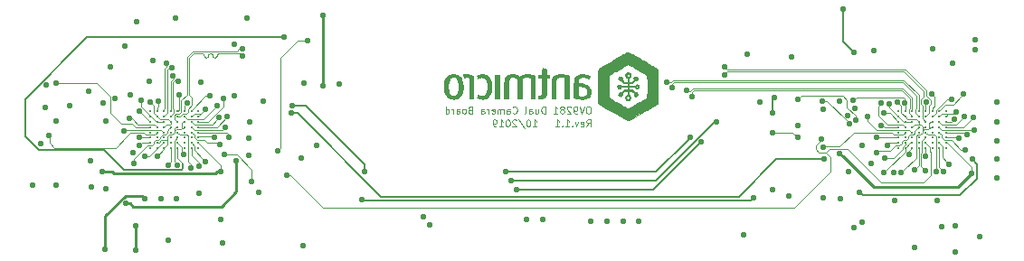
<source format=gbr>
G04 #@! TF.GenerationSoftware,KiCad,Pcbnew,5.0.2+dfsg1-1~bpo9+1*
G04 #@! TF.CreationDate,2019-10-09T09:51:36+02:00*
G04 #@! TF.ProjectId,OV9281-Dual-Camera-Board-Rev.1.1,4f563932-3831-42d4-9475-616c2d43616d,rev?*
G04 #@! TF.SameCoordinates,Original*
G04 #@! TF.FileFunction,Copper,L4,Bot*
G04 #@! TF.FilePolarity,Positive*
%FSLAX46Y46*%
G04 Gerber Fmt 4.6, Leading zero omitted, Abs format (unit mm)*
G04 Created by KiCad (PCBNEW 5.0.2+dfsg1-1~bpo9+1) date Wed 09 Oct 2019 09:51:36 AM CEST*
%MOMM*%
%LPD*%
G01*
G04 APERTURE LIST*
G04 #@! TA.AperFunction,NonConductor*
%ADD10C,0.100000*%
G04 #@! TD*
G04 #@! TA.AperFunction,EtchedComponent*
%ADD11C,0.001860*%
G04 #@! TD*
G04 #@! TA.AperFunction,BGAPad,CuDef*
%ADD12C,0.200000*%
G04 #@! TD*
G04 #@! TA.AperFunction,ViaPad*
%ADD13C,0.550000*%
G04 #@! TD*
G04 #@! TA.AperFunction,Conductor*
%ADD14C,0.254000*%
G04 #@! TD*
G04 #@! TA.AperFunction,Conductor*
%ADD15C,0.100000*%
G04 #@! TD*
G04 #@! TA.AperFunction,Conductor*
%ADD16C,0.150000*%
G04 #@! TD*
G04 #@! TA.AperFunction,Conductor*
%ADD17C,0.200000*%
G04 #@! TD*
G04 #@! TA.AperFunction,Conductor*
%ADD18C,0.250000*%
G04 #@! TD*
G04 APERTURE END LIST*
D10*
X153334047Y-112234047D02*
X153550714Y-111924523D01*
X153705476Y-112234047D02*
X153705476Y-111584047D01*
X153457857Y-111584047D01*
X153395952Y-111615000D01*
X153365000Y-111645952D01*
X153334047Y-111707857D01*
X153334047Y-111800714D01*
X153365000Y-111862619D01*
X153395952Y-111893571D01*
X153457857Y-111924523D01*
X153705476Y-111924523D01*
X152807857Y-112203095D02*
X152869761Y-112234047D01*
X152993571Y-112234047D01*
X153055476Y-112203095D01*
X153086428Y-112141190D01*
X153086428Y-111893571D01*
X153055476Y-111831666D01*
X152993571Y-111800714D01*
X152869761Y-111800714D01*
X152807857Y-111831666D01*
X152776904Y-111893571D01*
X152776904Y-111955476D01*
X153086428Y-112017380D01*
X152560238Y-111800714D02*
X152405476Y-112234047D01*
X152250714Y-111800714D01*
X152003095Y-112172142D02*
X151972142Y-112203095D01*
X152003095Y-112234047D01*
X152034047Y-112203095D01*
X152003095Y-112172142D01*
X152003095Y-112234047D01*
X151353095Y-112234047D02*
X151724523Y-112234047D01*
X151538809Y-112234047D02*
X151538809Y-111584047D01*
X151600714Y-111676904D01*
X151662619Y-111738809D01*
X151724523Y-111769761D01*
X151074523Y-112172142D02*
X151043571Y-112203095D01*
X151074523Y-112234047D01*
X151105476Y-112203095D01*
X151074523Y-112172142D01*
X151074523Y-112234047D01*
X150424523Y-112234047D02*
X150795952Y-112234047D01*
X150610238Y-112234047D02*
X150610238Y-111584047D01*
X150672142Y-111676904D01*
X150734047Y-111738809D01*
X150795952Y-111769761D01*
X148319761Y-112234047D02*
X148691190Y-112234047D01*
X148505476Y-112234047D02*
X148505476Y-111584047D01*
X148567380Y-111676904D01*
X148629285Y-111738809D01*
X148691190Y-111769761D01*
X147917380Y-111584047D02*
X147855476Y-111584047D01*
X147793571Y-111615000D01*
X147762619Y-111645952D01*
X147731666Y-111707857D01*
X147700714Y-111831666D01*
X147700714Y-111986428D01*
X147731666Y-112110238D01*
X147762619Y-112172142D01*
X147793571Y-112203095D01*
X147855476Y-112234047D01*
X147917380Y-112234047D01*
X147979285Y-112203095D01*
X148010238Y-112172142D01*
X148041190Y-112110238D01*
X148072142Y-111986428D01*
X148072142Y-111831666D01*
X148041190Y-111707857D01*
X148010238Y-111645952D01*
X147979285Y-111615000D01*
X147917380Y-111584047D01*
X146957857Y-111553095D02*
X147515000Y-112388809D01*
X146772142Y-111645952D02*
X146741190Y-111615000D01*
X146679285Y-111584047D01*
X146524523Y-111584047D01*
X146462619Y-111615000D01*
X146431666Y-111645952D01*
X146400714Y-111707857D01*
X146400714Y-111769761D01*
X146431666Y-111862619D01*
X146803095Y-112234047D01*
X146400714Y-112234047D01*
X145998333Y-111584047D02*
X145936428Y-111584047D01*
X145874523Y-111615000D01*
X145843571Y-111645952D01*
X145812619Y-111707857D01*
X145781666Y-111831666D01*
X145781666Y-111986428D01*
X145812619Y-112110238D01*
X145843571Y-112172142D01*
X145874523Y-112203095D01*
X145936428Y-112234047D01*
X145998333Y-112234047D01*
X146060238Y-112203095D01*
X146091190Y-112172142D01*
X146122142Y-112110238D01*
X146153095Y-111986428D01*
X146153095Y-111831666D01*
X146122142Y-111707857D01*
X146091190Y-111645952D01*
X146060238Y-111615000D01*
X145998333Y-111584047D01*
X145162619Y-112234047D02*
X145534047Y-112234047D01*
X145348333Y-112234047D02*
X145348333Y-111584047D01*
X145410238Y-111676904D01*
X145472142Y-111738809D01*
X145534047Y-111769761D01*
X144853095Y-112234047D02*
X144729285Y-112234047D01*
X144667380Y-112203095D01*
X144636428Y-112172142D01*
X144574523Y-112079285D01*
X144543571Y-111955476D01*
X144543571Y-111707857D01*
X144574523Y-111645952D01*
X144605476Y-111615000D01*
X144667380Y-111584047D01*
X144791190Y-111584047D01*
X144853095Y-111615000D01*
X144884047Y-111645952D01*
X144915000Y-111707857D01*
X144915000Y-111862619D01*
X144884047Y-111924523D01*
X144853095Y-111955476D01*
X144791190Y-111986428D01*
X144667380Y-111986428D01*
X144605476Y-111955476D01*
X144574523Y-111924523D01*
X144543571Y-111862619D01*
X153569285Y-110374047D02*
X153445476Y-110374047D01*
X153383571Y-110405000D01*
X153321666Y-110466904D01*
X153290714Y-110590714D01*
X153290714Y-110807380D01*
X153321666Y-110931190D01*
X153383571Y-110993095D01*
X153445476Y-111024047D01*
X153569285Y-111024047D01*
X153631190Y-110993095D01*
X153693095Y-110931190D01*
X153724047Y-110807380D01*
X153724047Y-110590714D01*
X153693095Y-110466904D01*
X153631190Y-110405000D01*
X153569285Y-110374047D01*
X153105000Y-110374047D02*
X152888333Y-111024047D01*
X152671666Y-110374047D01*
X152424047Y-111024047D02*
X152300238Y-111024047D01*
X152238333Y-110993095D01*
X152207380Y-110962142D01*
X152145476Y-110869285D01*
X152114523Y-110745476D01*
X152114523Y-110497857D01*
X152145476Y-110435952D01*
X152176428Y-110405000D01*
X152238333Y-110374047D01*
X152362142Y-110374047D01*
X152424047Y-110405000D01*
X152455000Y-110435952D01*
X152485952Y-110497857D01*
X152485952Y-110652619D01*
X152455000Y-110714523D01*
X152424047Y-110745476D01*
X152362142Y-110776428D01*
X152238333Y-110776428D01*
X152176428Y-110745476D01*
X152145476Y-110714523D01*
X152114523Y-110652619D01*
X151866904Y-110435952D02*
X151835952Y-110405000D01*
X151774047Y-110374047D01*
X151619285Y-110374047D01*
X151557380Y-110405000D01*
X151526428Y-110435952D01*
X151495476Y-110497857D01*
X151495476Y-110559761D01*
X151526428Y-110652619D01*
X151897857Y-111024047D01*
X151495476Y-111024047D01*
X151124047Y-110652619D02*
X151185952Y-110621666D01*
X151216904Y-110590714D01*
X151247857Y-110528809D01*
X151247857Y-110497857D01*
X151216904Y-110435952D01*
X151185952Y-110405000D01*
X151124047Y-110374047D01*
X151000238Y-110374047D01*
X150938333Y-110405000D01*
X150907380Y-110435952D01*
X150876428Y-110497857D01*
X150876428Y-110528809D01*
X150907380Y-110590714D01*
X150938333Y-110621666D01*
X151000238Y-110652619D01*
X151124047Y-110652619D01*
X151185952Y-110683571D01*
X151216904Y-110714523D01*
X151247857Y-110776428D01*
X151247857Y-110900238D01*
X151216904Y-110962142D01*
X151185952Y-110993095D01*
X151124047Y-111024047D01*
X151000238Y-111024047D01*
X150938333Y-110993095D01*
X150907380Y-110962142D01*
X150876428Y-110900238D01*
X150876428Y-110776428D01*
X150907380Y-110714523D01*
X150938333Y-110683571D01*
X151000238Y-110652619D01*
X150257380Y-111024047D02*
X150628809Y-111024047D01*
X150443095Y-111024047D02*
X150443095Y-110374047D01*
X150505000Y-110466904D01*
X150566904Y-110528809D01*
X150628809Y-110559761D01*
X149483571Y-111024047D02*
X149483571Y-110374047D01*
X149328809Y-110374047D01*
X149235952Y-110405000D01*
X149174047Y-110466904D01*
X149143095Y-110528809D01*
X149112142Y-110652619D01*
X149112142Y-110745476D01*
X149143095Y-110869285D01*
X149174047Y-110931190D01*
X149235952Y-110993095D01*
X149328809Y-111024047D01*
X149483571Y-111024047D01*
X148555000Y-110590714D02*
X148555000Y-111024047D01*
X148833571Y-110590714D02*
X148833571Y-110931190D01*
X148802619Y-110993095D01*
X148740714Y-111024047D01*
X148647857Y-111024047D01*
X148585952Y-110993095D01*
X148555000Y-110962142D01*
X147966904Y-111024047D02*
X147966904Y-110683571D01*
X147997857Y-110621666D01*
X148059761Y-110590714D01*
X148183571Y-110590714D01*
X148245476Y-110621666D01*
X147966904Y-110993095D02*
X148028809Y-111024047D01*
X148183571Y-111024047D01*
X148245476Y-110993095D01*
X148276428Y-110931190D01*
X148276428Y-110869285D01*
X148245476Y-110807380D01*
X148183571Y-110776428D01*
X148028809Y-110776428D01*
X147966904Y-110745476D01*
X147564523Y-111024047D02*
X147626428Y-110993095D01*
X147657380Y-110931190D01*
X147657380Y-110374047D01*
X146450238Y-110962142D02*
X146481190Y-110993095D01*
X146574047Y-111024047D01*
X146635952Y-111024047D01*
X146728809Y-110993095D01*
X146790714Y-110931190D01*
X146821666Y-110869285D01*
X146852619Y-110745476D01*
X146852619Y-110652619D01*
X146821666Y-110528809D01*
X146790714Y-110466904D01*
X146728809Y-110405000D01*
X146635952Y-110374047D01*
X146574047Y-110374047D01*
X146481190Y-110405000D01*
X146450238Y-110435952D01*
X145893095Y-111024047D02*
X145893095Y-110683571D01*
X145924047Y-110621666D01*
X145985952Y-110590714D01*
X146109761Y-110590714D01*
X146171666Y-110621666D01*
X145893095Y-110993095D02*
X145955000Y-111024047D01*
X146109761Y-111024047D01*
X146171666Y-110993095D01*
X146202619Y-110931190D01*
X146202619Y-110869285D01*
X146171666Y-110807380D01*
X146109761Y-110776428D01*
X145955000Y-110776428D01*
X145893095Y-110745476D01*
X145583571Y-111024047D02*
X145583571Y-110590714D01*
X145583571Y-110652619D02*
X145552619Y-110621666D01*
X145490714Y-110590714D01*
X145397857Y-110590714D01*
X145335952Y-110621666D01*
X145305000Y-110683571D01*
X145305000Y-111024047D01*
X145305000Y-110683571D02*
X145274047Y-110621666D01*
X145212142Y-110590714D01*
X145119285Y-110590714D01*
X145057380Y-110621666D01*
X145026428Y-110683571D01*
X145026428Y-111024047D01*
X144469285Y-110993095D02*
X144531190Y-111024047D01*
X144655000Y-111024047D01*
X144716904Y-110993095D01*
X144747857Y-110931190D01*
X144747857Y-110683571D01*
X144716904Y-110621666D01*
X144655000Y-110590714D01*
X144531190Y-110590714D01*
X144469285Y-110621666D01*
X144438333Y-110683571D01*
X144438333Y-110745476D01*
X144747857Y-110807380D01*
X144159761Y-111024047D02*
X144159761Y-110590714D01*
X144159761Y-110714523D02*
X144128809Y-110652619D01*
X144097857Y-110621666D01*
X144035952Y-110590714D01*
X143974047Y-110590714D01*
X143478809Y-111024047D02*
X143478809Y-110683571D01*
X143509761Y-110621666D01*
X143571666Y-110590714D01*
X143695476Y-110590714D01*
X143757380Y-110621666D01*
X143478809Y-110993095D02*
X143540714Y-111024047D01*
X143695476Y-111024047D01*
X143757380Y-110993095D01*
X143788333Y-110931190D01*
X143788333Y-110869285D01*
X143757380Y-110807380D01*
X143695476Y-110776428D01*
X143540714Y-110776428D01*
X143478809Y-110745476D01*
X142457380Y-110683571D02*
X142364523Y-110714523D01*
X142333571Y-110745476D01*
X142302619Y-110807380D01*
X142302619Y-110900238D01*
X142333571Y-110962142D01*
X142364523Y-110993095D01*
X142426428Y-111024047D01*
X142674047Y-111024047D01*
X142674047Y-110374047D01*
X142457380Y-110374047D01*
X142395476Y-110405000D01*
X142364523Y-110435952D01*
X142333571Y-110497857D01*
X142333571Y-110559761D01*
X142364523Y-110621666D01*
X142395476Y-110652619D01*
X142457380Y-110683571D01*
X142674047Y-110683571D01*
X141931190Y-111024047D02*
X141993095Y-110993095D01*
X142024047Y-110962142D01*
X142055000Y-110900238D01*
X142055000Y-110714523D01*
X142024047Y-110652619D01*
X141993095Y-110621666D01*
X141931190Y-110590714D01*
X141838333Y-110590714D01*
X141776428Y-110621666D01*
X141745476Y-110652619D01*
X141714523Y-110714523D01*
X141714523Y-110900238D01*
X141745476Y-110962142D01*
X141776428Y-110993095D01*
X141838333Y-111024047D01*
X141931190Y-111024047D01*
X141157380Y-111024047D02*
X141157380Y-110683571D01*
X141188333Y-110621666D01*
X141250238Y-110590714D01*
X141374047Y-110590714D01*
X141435952Y-110621666D01*
X141157380Y-110993095D02*
X141219285Y-111024047D01*
X141374047Y-111024047D01*
X141435952Y-110993095D01*
X141466904Y-110931190D01*
X141466904Y-110869285D01*
X141435952Y-110807380D01*
X141374047Y-110776428D01*
X141219285Y-110776428D01*
X141157380Y-110745476D01*
X140847857Y-111024047D02*
X140847857Y-110590714D01*
X140847857Y-110714523D02*
X140816904Y-110652619D01*
X140785952Y-110621666D01*
X140724047Y-110590714D01*
X140662142Y-110590714D01*
X140166904Y-111024047D02*
X140166904Y-110374047D01*
X140166904Y-110993095D02*
X140228809Y-111024047D01*
X140352619Y-111024047D01*
X140414523Y-110993095D01*
X140445476Y-110962142D01*
X140476428Y-110900238D01*
X140476428Y-110714523D01*
X140445476Y-110652619D01*
X140414523Y-110621666D01*
X140352619Y-110590714D01*
X140228809Y-110590714D01*
X140166904Y-110621666D01*
D11*
G04 #@! TO.C,N1*
G36*
X157152142Y-105304154D02*
X157086986Y-105319089D01*
X157085897Y-105319539D01*
X157065403Y-105330232D01*
X157020055Y-105355318D01*
X156952258Y-105393414D01*
X156864418Y-105443138D01*
X156758940Y-105503105D01*
X156638230Y-105571933D01*
X156504694Y-105648238D01*
X156360737Y-105730638D01*
X156208764Y-105817750D01*
X156051182Y-105908190D01*
X155890395Y-106000575D01*
X155728810Y-106093522D01*
X155568831Y-106185648D01*
X155412866Y-106275570D01*
X155263318Y-106361904D01*
X155122594Y-106443268D01*
X154993099Y-106518279D01*
X154877239Y-106585553D01*
X154777420Y-106643707D01*
X154696046Y-106691359D01*
X154635524Y-106727124D01*
X154598259Y-106749621D01*
X154594001Y-106752284D01*
X154527202Y-106807139D01*
X154475891Y-106872739D01*
X154433062Y-106945594D01*
X154428815Y-108446694D01*
X154428178Y-108733912D01*
X154427967Y-108993067D01*
X154428181Y-109223768D01*
X154428817Y-109425625D01*
X154429870Y-109598247D01*
X154431339Y-109741242D01*
X154433221Y-109854219D01*
X154435511Y-109936788D01*
X154438209Y-109988558D01*
X154440579Y-110007256D01*
X154447009Y-110030965D01*
X154453864Y-110052589D01*
X154462777Y-110073216D01*
X154475386Y-110093937D01*
X154493324Y-110115840D01*
X154518227Y-110140014D01*
X154551730Y-110167548D01*
X154595469Y-110199532D01*
X154651077Y-110237053D01*
X154720191Y-110281202D01*
X154804445Y-110333068D01*
X154905475Y-110393738D01*
X155024916Y-110464304D01*
X155164402Y-110545853D01*
X155325570Y-110639474D01*
X155510053Y-110746257D01*
X155719487Y-110867291D01*
X155812698Y-110921142D01*
X157078726Y-111652603D01*
X157196836Y-111658672D01*
X157314946Y-111664742D01*
X157779512Y-111397563D01*
X158063990Y-111233979D01*
X158322462Y-111085352D01*
X158556193Y-110950884D01*
X158766450Y-110829777D01*
X158954499Y-110721231D01*
X159121606Y-110624450D01*
X159269037Y-110538634D01*
X159398057Y-110462986D01*
X159509934Y-110396708D01*
X159605932Y-110339000D01*
X159687318Y-110289066D01*
X159755358Y-110246106D01*
X159811318Y-110209323D01*
X159856465Y-110177918D01*
X159892063Y-110151094D01*
X159919379Y-110128051D01*
X159939678Y-110107992D01*
X159954228Y-110090119D01*
X159964294Y-110073633D01*
X159971142Y-110057736D01*
X159976039Y-110041630D01*
X159980249Y-110024516D01*
X159984579Y-110007290D01*
X159987595Y-109979658D01*
X159990205Y-109920912D01*
X159992407Y-109831435D01*
X159994198Y-109711605D01*
X159995575Y-109561803D01*
X159996534Y-109382410D01*
X159997074Y-109173806D01*
X159997191Y-108936373D01*
X159996882Y-108670489D01*
X159996434Y-108481024D01*
X159023604Y-108481024D01*
X159023583Y-108685721D01*
X159023402Y-108861328D01*
X159022884Y-109010252D01*
X159021851Y-109134899D01*
X159020127Y-109237676D01*
X159017535Y-109320988D01*
X159013897Y-109387244D01*
X159009036Y-109438847D01*
X159002775Y-109478206D01*
X158994937Y-109507727D01*
X158985345Y-109529815D01*
X158973822Y-109546878D01*
X158960190Y-109561321D01*
X158944273Y-109575552D01*
X158942957Y-109576700D01*
X158921858Y-109591079D01*
X158876461Y-109619185D01*
X158809732Y-109659311D01*
X158724637Y-109709750D01*
X158624142Y-109768796D01*
X158511213Y-109834740D01*
X158388816Y-109905876D01*
X158259917Y-109980497D01*
X158127481Y-110056896D01*
X157994476Y-110133365D01*
X157863866Y-110208198D01*
X157738618Y-110279687D01*
X157621698Y-110346126D01*
X157516071Y-110405807D01*
X157424704Y-110457023D01*
X157350563Y-110498068D01*
X157296613Y-110527233D01*
X157265821Y-110542813D01*
X157260992Y-110544762D01*
X157221946Y-110555408D01*
X157194652Y-110556037D01*
X157162305Y-110545649D01*
X157143120Y-110537739D01*
X157116888Y-110524599D01*
X157066974Y-110497524D01*
X156996363Y-110458241D01*
X156908040Y-110408476D01*
X156804989Y-110349956D01*
X156690196Y-110284405D01*
X156566644Y-110213552D01*
X156437318Y-110139121D01*
X156305202Y-110062839D01*
X156173282Y-109986433D01*
X156044541Y-109911628D01*
X155921965Y-109840151D01*
X155808537Y-109773728D01*
X155707243Y-109714084D01*
X155621067Y-109662947D01*
X155552994Y-109622043D01*
X155506007Y-109593097D01*
X155483093Y-109577836D01*
X155482211Y-109577104D01*
X155466109Y-109562621D01*
X155452307Y-109548146D01*
X155440627Y-109531271D01*
X155430893Y-109509588D01*
X155422927Y-109480687D01*
X155416552Y-109442161D01*
X155411591Y-109391599D01*
X155407867Y-109326593D01*
X155405202Y-109244736D01*
X155403419Y-109143616D01*
X155402341Y-109020827D01*
X155401790Y-108873959D01*
X155401591Y-108700603D01*
X155401564Y-108498351D01*
X155401564Y-108481024D01*
X155401567Y-108275425D01*
X155401714Y-108098931D01*
X155402215Y-107949151D01*
X155403280Y-107823693D01*
X155405117Y-107720166D01*
X155407935Y-107636179D01*
X155411945Y-107569341D01*
X155417355Y-107517260D01*
X155424375Y-107477546D01*
X155433213Y-107447806D01*
X155444079Y-107425651D01*
X155457182Y-107408689D01*
X155472732Y-107394528D01*
X155490937Y-107380778D01*
X155498318Y-107375367D01*
X155521441Y-107360489D01*
X155569272Y-107331464D01*
X155639198Y-107289824D01*
X155728611Y-107237098D01*
X155834899Y-107174817D01*
X155955453Y-107104511D01*
X156087661Y-107027711D01*
X156228913Y-106945947D01*
X156347993Y-106877229D01*
X156518144Y-106779299D01*
X156663285Y-106696096D01*
X156785597Y-106626459D01*
X156887266Y-106569225D01*
X156970474Y-106523232D01*
X157037405Y-106487319D01*
X157090242Y-106460324D01*
X157131169Y-106441084D01*
X157162369Y-106428437D01*
X157186025Y-106421223D01*
X157204322Y-106418279D01*
X157210897Y-106418036D01*
X157227359Y-106419524D01*
X157248245Y-106424750D01*
X157275700Y-106434861D01*
X157311867Y-106451000D01*
X157358890Y-106474313D01*
X157418914Y-106505945D01*
X157494083Y-106547041D01*
X157586539Y-106598745D01*
X157698427Y-106662204D01*
X157831891Y-106738561D01*
X157989075Y-106828962D01*
X158099110Y-106892410D01*
X158247204Y-106977998D01*
X158387704Y-107059465D01*
X158518142Y-107135359D01*
X158636045Y-107204231D01*
X158738944Y-107264630D01*
X158824368Y-107315107D01*
X158889846Y-107354212D01*
X158932906Y-107380493D01*
X158950975Y-107392409D01*
X158965476Y-107405426D01*
X158977906Y-107419199D01*
X158988424Y-107436121D01*
X158997191Y-107458583D01*
X159004365Y-107488976D01*
X159010106Y-107529694D01*
X159014574Y-107583129D01*
X159017928Y-107651671D01*
X159020329Y-107737713D01*
X159021934Y-107843647D01*
X159022905Y-107971865D01*
X159023401Y-108124759D01*
X159023580Y-108304721D01*
X159023604Y-108481024D01*
X159996434Y-108481024D01*
X159996353Y-108446694D01*
X159995674Y-108191526D01*
X159995088Y-107965932D01*
X159994472Y-107767989D01*
X159993707Y-107595776D01*
X159992670Y-107447371D01*
X159991241Y-107320852D01*
X159989297Y-107214298D01*
X159986718Y-107125786D01*
X159983383Y-107053395D01*
X159979170Y-106995202D01*
X159973957Y-106949287D01*
X159967624Y-106913727D01*
X159960050Y-106886600D01*
X159951112Y-106865985D01*
X159940690Y-106849960D01*
X159928662Y-106836603D01*
X159914908Y-106823992D01*
X159899305Y-106810205D01*
X159892684Y-106804086D01*
X159872614Y-106790068D01*
X159827232Y-106761538D01*
X159758536Y-106719677D01*
X159668524Y-106665663D01*
X159559194Y-106600676D01*
X159432544Y-106525895D01*
X159290572Y-106442500D01*
X159135275Y-106351669D01*
X158968652Y-106254582D01*
X158792700Y-106152419D01*
X158609418Y-106046358D01*
X158589859Y-106035061D01*
X158376201Y-105911694D01*
X158188040Y-105803139D01*
X158023610Y-105708439D01*
X157881143Y-105626639D01*
X157758872Y-105556782D01*
X157655030Y-105497911D01*
X157567850Y-105449071D01*
X157495565Y-105409306D01*
X157436408Y-105377659D01*
X157388610Y-105353174D01*
X157350406Y-105334896D01*
X157320028Y-105321867D01*
X157295708Y-105313131D01*
X157275681Y-105307733D01*
X157258177Y-105304716D01*
X157241431Y-105303125D01*
X157236520Y-105302797D01*
X157152142Y-105304154D01*
X157152142Y-105304154D01*
G37*
X157152142Y-105304154D02*
X157086986Y-105319089D01*
X157085897Y-105319539D01*
X157065403Y-105330232D01*
X157020055Y-105355318D01*
X156952258Y-105393414D01*
X156864418Y-105443138D01*
X156758940Y-105503105D01*
X156638230Y-105571933D01*
X156504694Y-105648238D01*
X156360737Y-105730638D01*
X156208764Y-105817750D01*
X156051182Y-105908190D01*
X155890395Y-106000575D01*
X155728810Y-106093522D01*
X155568831Y-106185648D01*
X155412866Y-106275570D01*
X155263318Y-106361904D01*
X155122594Y-106443268D01*
X154993099Y-106518279D01*
X154877239Y-106585553D01*
X154777420Y-106643707D01*
X154696046Y-106691359D01*
X154635524Y-106727124D01*
X154598259Y-106749621D01*
X154594001Y-106752284D01*
X154527202Y-106807139D01*
X154475891Y-106872739D01*
X154433062Y-106945594D01*
X154428815Y-108446694D01*
X154428178Y-108733912D01*
X154427967Y-108993067D01*
X154428181Y-109223768D01*
X154428817Y-109425625D01*
X154429870Y-109598247D01*
X154431339Y-109741242D01*
X154433221Y-109854219D01*
X154435511Y-109936788D01*
X154438209Y-109988558D01*
X154440579Y-110007256D01*
X154447009Y-110030965D01*
X154453864Y-110052589D01*
X154462777Y-110073216D01*
X154475386Y-110093937D01*
X154493324Y-110115840D01*
X154518227Y-110140014D01*
X154551730Y-110167548D01*
X154595469Y-110199532D01*
X154651077Y-110237053D01*
X154720191Y-110281202D01*
X154804445Y-110333068D01*
X154905475Y-110393738D01*
X155024916Y-110464304D01*
X155164402Y-110545853D01*
X155325570Y-110639474D01*
X155510053Y-110746257D01*
X155719487Y-110867291D01*
X155812698Y-110921142D01*
X157078726Y-111652603D01*
X157196836Y-111658672D01*
X157314946Y-111664742D01*
X157779512Y-111397563D01*
X158063990Y-111233979D01*
X158322462Y-111085352D01*
X158556193Y-110950884D01*
X158766450Y-110829777D01*
X158954499Y-110721231D01*
X159121606Y-110624450D01*
X159269037Y-110538634D01*
X159398057Y-110462986D01*
X159509934Y-110396708D01*
X159605932Y-110339000D01*
X159687318Y-110289066D01*
X159755358Y-110246106D01*
X159811318Y-110209323D01*
X159856465Y-110177918D01*
X159892063Y-110151094D01*
X159919379Y-110128051D01*
X159939678Y-110107992D01*
X159954228Y-110090119D01*
X159964294Y-110073633D01*
X159971142Y-110057736D01*
X159976039Y-110041630D01*
X159980249Y-110024516D01*
X159984579Y-110007290D01*
X159987595Y-109979658D01*
X159990205Y-109920912D01*
X159992407Y-109831435D01*
X159994198Y-109711605D01*
X159995575Y-109561803D01*
X159996534Y-109382410D01*
X159997074Y-109173806D01*
X159997191Y-108936373D01*
X159996882Y-108670489D01*
X159996434Y-108481024D01*
X159023604Y-108481024D01*
X159023583Y-108685721D01*
X159023402Y-108861328D01*
X159022884Y-109010252D01*
X159021851Y-109134899D01*
X159020127Y-109237676D01*
X159017535Y-109320988D01*
X159013897Y-109387244D01*
X159009036Y-109438847D01*
X159002775Y-109478206D01*
X158994937Y-109507727D01*
X158985345Y-109529815D01*
X158973822Y-109546878D01*
X158960190Y-109561321D01*
X158944273Y-109575552D01*
X158942957Y-109576700D01*
X158921858Y-109591079D01*
X158876461Y-109619185D01*
X158809732Y-109659311D01*
X158724637Y-109709750D01*
X158624142Y-109768796D01*
X158511213Y-109834740D01*
X158388816Y-109905876D01*
X158259917Y-109980497D01*
X158127481Y-110056896D01*
X157994476Y-110133365D01*
X157863866Y-110208198D01*
X157738618Y-110279687D01*
X157621698Y-110346126D01*
X157516071Y-110405807D01*
X157424704Y-110457023D01*
X157350563Y-110498068D01*
X157296613Y-110527233D01*
X157265821Y-110542813D01*
X157260992Y-110544762D01*
X157221946Y-110555408D01*
X157194652Y-110556037D01*
X157162305Y-110545649D01*
X157143120Y-110537739D01*
X157116888Y-110524599D01*
X157066974Y-110497524D01*
X156996363Y-110458241D01*
X156908040Y-110408476D01*
X156804989Y-110349956D01*
X156690196Y-110284405D01*
X156566644Y-110213552D01*
X156437318Y-110139121D01*
X156305202Y-110062839D01*
X156173282Y-109986433D01*
X156044541Y-109911628D01*
X155921965Y-109840151D01*
X155808537Y-109773728D01*
X155707243Y-109714084D01*
X155621067Y-109662947D01*
X155552994Y-109622043D01*
X155506007Y-109593097D01*
X155483093Y-109577836D01*
X155482211Y-109577104D01*
X155466109Y-109562621D01*
X155452307Y-109548146D01*
X155440627Y-109531271D01*
X155430893Y-109509588D01*
X155422927Y-109480687D01*
X155416552Y-109442161D01*
X155411591Y-109391599D01*
X155407867Y-109326593D01*
X155405202Y-109244736D01*
X155403419Y-109143616D01*
X155402341Y-109020827D01*
X155401790Y-108873959D01*
X155401591Y-108700603D01*
X155401564Y-108498351D01*
X155401564Y-108481024D01*
X155401567Y-108275425D01*
X155401714Y-108098931D01*
X155402215Y-107949151D01*
X155403280Y-107823693D01*
X155405117Y-107720166D01*
X155407935Y-107636179D01*
X155411945Y-107569341D01*
X155417355Y-107517260D01*
X155424375Y-107477546D01*
X155433213Y-107447806D01*
X155444079Y-107425651D01*
X155457182Y-107408689D01*
X155472732Y-107394528D01*
X155490937Y-107380778D01*
X155498318Y-107375367D01*
X155521441Y-107360489D01*
X155569272Y-107331464D01*
X155639198Y-107289824D01*
X155728611Y-107237098D01*
X155834899Y-107174817D01*
X155955453Y-107104511D01*
X156087661Y-107027711D01*
X156228913Y-106945947D01*
X156347993Y-106877229D01*
X156518144Y-106779299D01*
X156663285Y-106696096D01*
X156785597Y-106626459D01*
X156887266Y-106569225D01*
X156970474Y-106523232D01*
X157037405Y-106487319D01*
X157090242Y-106460324D01*
X157131169Y-106441084D01*
X157162369Y-106428437D01*
X157186025Y-106421223D01*
X157204322Y-106418279D01*
X157210897Y-106418036D01*
X157227359Y-106419524D01*
X157248245Y-106424750D01*
X157275700Y-106434861D01*
X157311867Y-106451000D01*
X157358890Y-106474313D01*
X157418914Y-106505945D01*
X157494083Y-106547041D01*
X157586539Y-106598745D01*
X157698427Y-106662204D01*
X157831891Y-106738561D01*
X157989075Y-106828962D01*
X158099110Y-106892410D01*
X158247204Y-106977998D01*
X158387704Y-107059465D01*
X158518142Y-107135359D01*
X158636045Y-107204231D01*
X158738944Y-107264630D01*
X158824368Y-107315107D01*
X158889846Y-107354212D01*
X158932906Y-107380493D01*
X158950975Y-107392409D01*
X158965476Y-107405426D01*
X158977906Y-107419199D01*
X158988424Y-107436121D01*
X158997191Y-107458583D01*
X159004365Y-107488976D01*
X159010106Y-107529694D01*
X159014574Y-107583129D01*
X159017928Y-107651671D01*
X159020329Y-107737713D01*
X159021934Y-107843647D01*
X159022905Y-107971865D01*
X159023401Y-108124759D01*
X159023580Y-108304721D01*
X159023604Y-108481024D01*
X159996434Y-108481024D01*
X159996353Y-108446694D01*
X159995674Y-108191526D01*
X159995088Y-107965932D01*
X159994472Y-107767989D01*
X159993707Y-107595776D01*
X159992670Y-107447371D01*
X159991241Y-107320852D01*
X159989297Y-107214298D01*
X159986718Y-107125786D01*
X159983383Y-107053395D01*
X159979170Y-106995202D01*
X159973957Y-106949287D01*
X159967624Y-106913727D01*
X159960050Y-106886600D01*
X159951112Y-106865985D01*
X159940690Y-106849960D01*
X159928662Y-106836603D01*
X159914908Y-106823992D01*
X159899305Y-106810205D01*
X159892684Y-106804086D01*
X159872614Y-106790068D01*
X159827232Y-106761538D01*
X159758536Y-106719677D01*
X159668524Y-106665663D01*
X159559194Y-106600676D01*
X159432544Y-106525895D01*
X159290572Y-106442500D01*
X159135275Y-106351669D01*
X158968652Y-106254582D01*
X158792700Y-106152419D01*
X158609418Y-106046358D01*
X158589859Y-106035061D01*
X158376201Y-105911694D01*
X158188040Y-105803139D01*
X158023610Y-105708439D01*
X157881143Y-105626639D01*
X157758872Y-105556782D01*
X157655030Y-105497911D01*
X157567850Y-105449071D01*
X157495565Y-105409306D01*
X157436408Y-105377659D01*
X157388610Y-105353174D01*
X157350406Y-105334896D01*
X157320028Y-105321867D01*
X157295708Y-105313131D01*
X157275681Y-105307733D01*
X157258177Y-105304716D01*
X157241431Y-105303125D01*
X157236520Y-105302797D01*
X157152142Y-105304154D01*
G36*
X152762249Y-107357833D02*
X152662550Y-107376497D01*
X152549392Y-107411190D01*
X152458084Y-107454245D01*
X152379163Y-107510654D01*
X152340359Y-107546444D01*
X152283133Y-107617912D01*
X152231753Y-107709412D01*
X152191937Y-107809483D01*
X152173550Y-107880881D01*
X152169900Y-107916332D01*
X152166624Y-107980657D01*
X152163769Y-108071233D01*
X152161387Y-108185439D01*
X152159525Y-108320653D01*
X152158235Y-108474254D01*
X152157564Y-108643621D01*
X152157476Y-108734404D01*
X152157476Y-109503170D01*
X152231284Y-109535819D01*
X152363439Y-109583297D01*
X152516531Y-109619980D01*
X152681516Y-109644719D01*
X152849350Y-109656367D01*
X153010988Y-109653776D01*
X153096245Y-109645571D01*
X153263289Y-109612290D01*
X153406069Y-109559385D01*
X153524297Y-109487171D01*
X153617686Y-109395962D01*
X153685949Y-109286070D01*
X153728798Y-109157809D01*
X153745946Y-109011493D01*
X153745116Y-108938039D01*
X153743109Y-108924154D01*
X153382296Y-108924154D01*
X153379368Y-109054438D01*
X153351055Y-109167040D01*
X153297965Y-109261021D01*
X153220703Y-109335443D01*
X153119873Y-109389368D01*
X153071639Y-109405398D01*
X153010019Y-109415934D01*
X152927498Y-109420730D01*
X152834071Y-109420162D01*
X152739734Y-109414607D01*
X152654483Y-109404439D01*
X152588312Y-109390036D01*
X152578735Y-109386856D01*
X152503932Y-109359951D01*
X152503932Y-108368522D01*
X152594483Y-108379447D01*
X152652273Y-108388538D01*
X152727090Y-108403205D01*
X152805569Y-108420765D01*
X152830244Y-108426800D01*
X152991685Y-108476434D01*
X153124252Y-108537420D01*
X153228703Y-108610441D01*
X153305799Y-108696184D01*
X153356299Y-108795331D01*
X153380963Y-108908569D01*
X153382296Y-108924154D01*
X153743109Y-108924154D01*
X153724612Y-108796169D01*
X153677067Y-108670045D01*
X153601887Y-108558308D01*
X153558984Y-108512457D01*
X153464184Y-108437132D01*
X153342300Y-108367807D01*
X153197421Y-108305995D01*
X153033639Y-108253213D01*
X152855043Y-108210977D01*
X152665725Y-108180801D01*
X152662896Y-108180456D01*
X152499634Y-108160670D01*
X152509073Y-108026926D01*
X152527337Y-107900797D01*
X152563566Y-107799588D01*
X152619397Y-107721285D01*
X152696465Y-107663874D01*
X152796408Y-107625341D01*
X152844245Y-107614557D01*
X152974469Y-107603216D01*
X153119212Y-107614064D01*
X153271700Y-107646084D01*
X153425161Y-107698258D01*
X153438671Y-107703858D01*
X153487101Y-107723070D01*
X153522581Y-107734946D01*
X153536680Y-107736989D01*
X153544711Y-107720365D01*
X153559824Y-107683295D01*
X153578530Y-107635006D01*
X153597340Y-107584722D01*
X153612765Y-107541667D01*
X153621316Y-107515065D01*
X153622040Y-107511296D01*
X153608855Y-107501016D01*
X153574628Y-107482840D01*
X153536157Y-107464933D01*
X153394789Y-107413792D01*
X153238038Y-107376633D01*
X153074580Y-107354335D01*
X152913092Y-107347775D01*
X152762249Y-107357833D01*
X152762249Y-107357833D01*
G37*
X152762249Y-107357833D02*
X152662550Y-107376497D01*
X152549392Y-107411190D01*
X152458084Y-107454245D01*
X152379163Y-107510654D01*
X152340359Y-107546444D01*
X152283133Y-107617912D01*
X152231753Y-107709412D01*
X152191937Y-107809483D01*
X152173550Y-107880881D01*
X152169900Y-107916332D01*
X152166624Y-107980657D01*
X152163769Y-108071233D01*
X152161387Y-108185439D01*
X152159525Y-108320653D01*
X152158235Y-108474254D01*
X152157564Y-108643621D01*
X152157476Y-108734404D01*
X152157476Y-109503170D01*
X152231284Y-109535819D01*
X152363439Y-109583297D01*
X152516531Y-109619980D01*
X152681516Y-109644719D01*
X152849350Y-109656367D01*
X153010988Y-109653776D01*
X153096245Y-109645571D01*
X153263289Y-109612290D01*
X153406069Y-109559385D01*
X153524297Y-109487171D01*
X153617686Y-109395962D01*
X153685949Y-109286070D01*
X153728798Y-109157809D01*
X153745946Y-109011493D01*
X153745116Y-108938039D01*
X153743109Y-108924154D01*
X153382296Y-108924154D01*
X153379368Y-109054438D01*
X153351055Y-109167040D01*
X153297965Y-109261021D01*
X153220703Y-109335443D01*
X153119873Y-109389368D01*
X153071639Y-109405398D01*
X153010019Y-109415934D01*
X152927498Y-109420730D01*
X152834071Y-109420162D01*
X152739734Y-109414607D01*
X152654483Y-109404439D01*
X152588312Y-109390036D01*
X152578735Y-109386856D01*
X152503932Y-109359951D01*
X152503932Y-108368522D01*
X152594483Y-108379447D01*
X152652273Y-108388538D01*
X152727090Y-108403205D01*
X152805569Y-108420765D01*
X152830244Y-108426800D01*
X152991685Y-108476434D01*
X153124252Y-108537420D01*
X153228703Y-108610441D01*
X153305799Y-108696184D01*
X153356299Y-108795331D01*
X153380963Y-108908569D01*
X153382296Y-108924154D01*
X153743109Y-108924154D01*
X153724612Y-108796169D01*
X153677067Y-108670045D01*
X153601887Y-108558308D01*
X153558984Y-108512457D01*
X153464184Y-108437132D01*
X153342300Y-108367807D01*
X153197421Y-108305995D01*
X153033639Y-108253213D01*
X152855043Y-108210977D01*
X152665725Y-108180801D01*
X152662896Y-108180456D01*
X152499634Y-108160670D01*
X152509073Y-108026926D01*
X152527337Y-107900797D01*
X152563566Y-107799588D01*
X152619397Y-107721285D01*
X152696465Y-107663874D01*
X152796408Y-107625341D01*
X152844245Y-107614557D01*
X152974469Y-107603216D01*
X153119212Y-107614064D01*
X153271700Y-107646084D01*
X153425161Y-107698258D01*
X153438671Y-107703858D01*
X153487101Y-107723070D01*
X153522581Y-107734946D01*
X153536680Y-107736989D01*
X153544711Y-107720365D01*
X153559824Y-107683295D01*
X153578530Y-107635006D01*
X153597340Y-107584722D01*
X153612765Y-107541667D01*
X153621316Y-107515065D01*
X153622040Y-107511296D01*
X153608855Y-107501016D01*
X153574628Y-107482840D01*
X153536157Y-107464933D01*
X153394789Y-107413792D01*
X153238038Y-107376633D01*
X153074580Y-107354335D01*
X152913092Y-107347775D01*
X152762249Y-107357833D01*
G36*
X143519358Y-107350011D02*
X143415660Y-107360059D01*
X143357979Y-107370910D01*
X143298532Y-107388026D01*
X143234696Y-107411271D01*
X143174732Y-107437041D01*
X143126901Y-107461732D01*
X143099464Y-107481740D01*
X143097269Y-107484663D01*
X143098966Y-107504245D01*
X143110309Y-107542719D01*
X143127743Y-107591037D01*
X143147711Y-107640151D01*
X143166656Y-107681015D01*
X143181023Y-107704581D01*
X143184723Y-107707140D01*
X143204160Y-107701467D01*
X143242855Y-107685946D01*
X143282034Y-107668637D01*
X143402444Y-107626817D01*
X143521697Y-107610564D01*
X143634259Y-107620051D01*
X143732918Y-107654575D01*
X143815367Y-107713565D01*
X143890921Y-107800093D01*
X143957204Y-107910527D01*
X144011842Y-108041237D01*
X144035013Y-108116560D01*
X144053300Y-108209379D01*
X144065052Y-108323674D01*
X144070269Y-108450106D01*
X144068952Y-108579342D01*
X144061101Y-108702043D01*
X144046717Y-108808876D01*
X144034971Y-108861403D01*
X143981559Y-109017854D01*
X143914318Y-109146208D01*
X143833051Y-109246760D01*
X143737567Y-109319803D01*
X143730158Y-109323997D01*
X143681954Y-109348461D01*
X143639524Y-109362533D01*
X143590640Y-109368899D01*
X143523072Y-109370247D01*
X143519698Y-109370234D01*
X143448804Y-109367119D01*
X143386577Y-109356543D01*
X143323461Y-109335628D01*
X143249896Y-109301498D01*
X143194868Y-109272451D01*
X143188006Y-109276864D01*
X143176119Y-109297522D01*
X143157727Y-109337671D01*
X143131352Y-109400555D01*
X143095515Y-109489421D01*
X143092144Y-109497878D01*
X143101003Y-109514820D01*
X143133051Y-109538588D01*
X143181733Y-109565640D01*
X143240498Y-109592438D01*
X143302792Y-109615441D01*
X143319038Y-109620446D01*
X143403757Y-109638476D01*
X143505803Y-109650035D01*
X143611630Y-109654337D01*
X143707698Y-109650592D01*
X143748044Y-109645421D01*
X143807045Y-109630449D01*
X143878067Y-109605569D01*
X143944894Y-109576553D01*
X144075607Y-109495216D01*
X144188454Y-109388355D01*
X144282942Y-109256718D01*
X144358580Y-109101051D01*
X144414875Y-108922101D01*
X144433618Y-108834966D01*
X144447290Y-108731836D01*
X144454485Y-108609652D01*
X144455465Y-108477268D01*
X144450495Y-108343541D01*
X144439837Y-108217326D01*
X144423754Y-108107478D01*
X144410219Y-108047966D01*
X144349021Y-107873646D01*
X144268230Y-107721736D01*
X144168852Y-107593374D01*
X144051895Y-107489697D01*
X143918366Y-107411841D01*
X143812115Y-107372292D01*
X143729254Y-107356163D01*
X143627779Y-107348724D01*
X143519358Y-107350011D01*
X143519358Y-107350011D01*
G37*
X143519358Y-107350011D02*
X143415660Y-107360059D01*
X143357979Y-107370910D01*
X143298532Y-107388026D01*
X143234696Y-107411271D01*
X143174732Y-107437041D01*
X143126901Y-107461732D01*
X143099464Y-107481740D01*
X143097269Y-107484663D01*
X143098966Y-107504245D01*
X143110309Y-107542719D01*
X143127743Y-107591037D01*
X143147711Y-107640151D01*
X143166656Y-107681015D01*
X143181023Y-107704581D01*
X143184723Y-107707140D01*
X143204160Y-107701467D01*
X143242855Y-107685946D01*
X143282034Y-107668637D01*
X143402444Y-107626817D01*
X143521697Y-107610564D01*
X143634259Y-107620051D01*
X143732918Y-107654575D01*
X143815367Y-107713565D01*
X143890921Y-107800093D01*
X143957204Y-107910527D01*
X144011842Y-108041237D01*
X144035013Y-108116560D01*
X144053300Y-108209379D01*
X144065052Y-108323674D01*
X144070269Y-108450106D01*
X144068952Y-108579342D01*
X144061101Y-108702043D01*
X144046717Y-108808876D01*
X144034971Y-108861403D01*
X143981559Y-109017854D01*
X143914318Y-109146208D01*
X143833051Y-109246760D01*
X143737567Y-109319803D01*
X143730158Y-109323997D01*
X143681954Y-109348461D01*
X143639524Y-109362533D01*
X143590640Y-109368899D01*
X143523072Y-109370247D01*
X143519698Y-109370234D01*
X143448804Y-109367119D01*
X143386577Y-109356543D01*
X143323461Y-109335628D01*
X143249896Y-109301498D01*
X143194868Y-109272451D01*
X143188006Y-109276864D01*
X143176119Y-109297522D01*
X143157727Y-109337671D01*
X143131352Y-109400555D01*
X143095515Y-109489421D01*
X143092144Y-109497878D01*
X143101003Y-109514820D01*
X143133051Y-109538588D01*
X143181733Y-109565640D01*
X143240498Y-109592438D01*
X143302792Y-109615441D01*
X143319038Y-109620446D01*
X143403757Y-109638476D01*
X143505803Y-109650035D01*
X143611630Y-109654337D01*
X143707698Y-109650592D01*
X143748044Y-109645421D01*
X143807045Y-109630449D01*
X143878067Y-109605569D01*
X143944894Y-109576553D01*
X144075607Y-109495216D01*
X144188454Y-109388355D01*
X144282942Y-109256718D01*
X144358580Y-109101051D01*
X144414875Y-108922101D01*
X144433618Y-108834966D01*
X144447290Y-108731836D01*
X144454485Y-108609652D01*
X144455465Y-108477268D01*
X144450495Y-108343541D01*
X144439837Y-108217326D01*
X144423754Y-108107478D01*
X144410219Y-108047966D01*
X144349021Y-107873646D01*
X144268230Y-107721736D01*
X144168852Y-107593374D01*
X144051895Y-107489697D01*
X143918366Y-107411841D01*
X143812115Y-107372292D01*
X143729254Y-107356163D01*
X143627779Y-107348724D01*
X143519358Y-107350011D01*
G36*
X140721500Y-107357934D02*
X140580729Y-107389987D01*
X140456112Y-107445132D01*
X140343539Y-107524942D01*
X140291447Y-107573613D01*
X140191700Y-107695569D01*
X140112682Y-107839028D01*
X140054039Y-108004900D01*
X140015415Y-108194095D01*
X140001905Y-108316636D01*
X139994269Y-108536880D01*
X140007156Y-108742824D01*
X140039894Y-108932524D01*
X140091817Y-109104035D01*
X140162256Y-109255411D01*
X140250541Y-109384707D01*
X140356005Y-109489978D01*
X140421451Y-109537161D01*
X140524664Y-109588408D01*
X140647501Y-109626601D01*
X140780192Y-109650004D01*
X140912972Y-109656884D01*
X141033928Y-109645896D01*
X141189287Y-109603331D01*
X141326979Y-109534959D01*
X141446420Y-109441436D01*
X141547030Y-109323416D01*
X141628224Y-109181552D01*
X141689419Y-109016499D01*
X141722772Y-108872757D01*
X141750804Y-108659469D01*
X141756685Y-108488157D01*
X141380225Y-108488157D01*
X141373361Y-108663941D01*
X141352326Y-108833017D01*
X141317104Y-108988411D01*
X141269337Y-109119537D01*
X141207695Y-109222891D01*
X141129588Y-109303717D01*
X141038962Y-109360398D01*
X140939768Y-109391318D01*
X140835952Y-109394859D01*
X140731463Y-109369405D01*
X140696726Y-109353979D01*
X140608272Y-109295796D01*
X140534929Y-109216116D01*
X140475953Y-109113338D01*
X140430604Y-108985865D01*
X140398139Y-108832097D01*
X140379331Y-108670000D01*
X140371167Y-108472406D01*
X140379216Y-108288380D01*
X140402844Y-108120675D01*
X140441421Y-107972044D01*
X140494313Y-107845239D01*
X140560889Y-107743014D01*
X140602237Y-107699068D01*
X140692170Y-107635409D01*
X140789713Y-107599846D01*
X140890508Y-107591338D01*
X140990198Y-107608846D01*
X141084425Y-107651331D01*
X141168832Y-107717753D01*
X141239061Y-107807073D01*
X141266305Y-107857455D01*
X141315957Y-107990314D01*
X141351506Y-108144368D01*
X141372934Y-108312641D01*
X141380225Y-108488157D01*
X141756685Y-108488157D01*
X141757923Y-108452113D01*
X141744763Y-108253981D01*
X141711957Y-108068364D01*
X141660138Y-107898555D01*
X141589940Y-107747845D01*
X141501996Y-107619525D01*
X141475965Y-107589872D01*
X141362720Y-107488968D01*
X141234762Y-107415332D01*
X141091175Y-107368588D01*
X140931042Y-107348362D01*
X140882536Y-107347401D01*
X140721500Y-107357934D01*
X140721500Y-107357934D01*
G37*
X140721500Y-107357934D02*
X140580729Y-107389987D01*
X140456112Y-107445132D01*
X140343539Y-107524942D01*
X140291447Y-107573613D01*
X140191700Y-107695569D01*
X140112682Y-107839028D01*
X140054039Y-108004900D01*
X140015415Y-108194095D01*
X140001905Y-108316636D01*
X139994269Y-108536880D01*
X140007156Y-108742824D01*
X140039894Y-108932524D01*
X140091817Y-109104035D01*
X140162256Y-109255411D01*
X140250541Y-109384707D01*
X140356005Y-109489978D01*
X140421451Y-109537161D01*
X140524664Y-109588408D01*
X140647501Y-109626601D01*
X140780192Y-109650004D01*
X140912972Y-109656884D01*
X141033928Y-109645896D01*
X141189287Y-109603331D01*
X141326979Y-109534959D01*
X141446420Y-109441436D01*
X141547030Y-109323416D01*
X141628224Y-109181552D01*
X141689419Y-109016499D01*
X141722772Y-108872757D01*
X141750804Y-108659469D01*
X141756685Y-108488157D01*
X141380225Y-108488157D01*
X141373361Y-108663941D01*
X141352326Y-108833017D01*
X141317104Y-108988411D01*
X141269337Y-109119537D01*
X141207695Y-109222891D01*
X141129588Y-109303717D01*
X141038962Y-109360398D01*
X140939768Y-109391318D01*
X140835952Y-109394859D01*
X140731463Y-109369405D01*
X140696726Y-109353979D01*
X140608272Y-109295796D01*
X140534929Y-109216116D01*
X140475953Y-109113338D01*
X140430604Y-108985865D01*
X140398139Y-108832097D01*
X140379331Y-108670000D01*
X140371167Y-108472406D01*
X140379216Y-108288380D01*
X140402844Y-108120675D01*
X140441421Y-107972044D01*
X140494313Y-107845239D01*
X140560889Y-107743014D01*
X140602237Y-107699068D01*
X140692170Y-107635409D01*
X140789713Y-107599846D01*
X140890508Y-107591338D01*
X140990198Y-107608846D01*
X141084425Y-107651331D01*
X141168832Y-107717753D01*
X141239061Y-107807073D01*
X141266305Y-107857455D01*
X141315957Y-107990314D01*
X141351506Y-108144368D01*
X141372934Y-108312641D01*
X141380225Y-108488157D01*
X141756685Y-108488157D01*
X141757923Y-108452113D01*
X141744763Y-108253981D01*
X141711957Y-108068364D01*
X141660138Y-107898555D01*
X141589940Y-107747845D01*
X141501996Y-107619525D01*
X141475965Y-107589872D01*
X141362720Y-107488968D01*
X141234762Y-107415332D01*
X141091175Y-107368588D01*
X140931042Y-107348362D01*
X140882536Y-107347401D01*
X140721500Y-107357934D01*
G36*
X149204245Y-106779444D02*
X149201370Y-106821116D01*
X149199070Y-106884735D01*
X149197512Y-106965527D01*
X149196861Y-107058716D01*
X149196852Y-107071578D01*
X149196852Y-107378664D01*
X148818900Y-107378664D01*
X148818900Y-107630632D01*
X149196852Y-107630632D01*
X149196852Y-109168982D01*
X149161027Y-109236729D01*
X149114961Y-109301264D01*
X149055721Y-109341205D01*
X148978596Y-109358928D01*
X148917292Y-109359690D01*
X148818834Y-109355038D01*
X148818867Y-109476155D01*
X148821652Y-109550811D01*
X148829860Y-109596070D01*
X148838585Y-109609626D01*
X148861993Y-109615325D01*
X148909071Y-109620669D01*
X148971995Y-109624906D01*
X149015750Y-109626653D01*
X149102113Y-109627443D01*
X149167243Y-109623166D01*
X149221145Y-109612783D01*
X149256616Y-109601661D01*
X149352471Y-109556432D01*
X149428770Y-109493573D01*
X149491895Y-109407316D01*
X149511812Y-109371009D01*
X149566930Y-109263781D01*
X149571407Y-108447206D01*
X149575883Y-107630632D01*
X149826772Y-107630632D01*
X149826772Y-107378664D01*
X149574804Y-107378664D01*
X149574804Y-106875812D01*
X149396505Y-106820152D01*
X149326057Y-106798426D01*
X149266857Y-106780669D01*
X149225214Y-106768739D01*
X149207529Y-106764492D01*
X149204245Y-106779444D01*
X149204245Y-106779444D01*
G37*
X149204245Y-106779444D02*
X149201370Y-106821116D01*
X149199070Y-106884735D01*
X149197512Y-106965527D01*
X149196861Y-107058716D01*
X149196852Y-107071578D01*
X149196852Y-107378664D01*
X148818900Y-107378664D01*
X148818900Y-107630632D01*
X149196852Y-107630632D01*
X149196852Y-109168982D01*
X149161027Y-109236729D01*
X149114961Y-109301264D01*
X149055721Y-109341205D01*
X148978596Y-109358928D01*
X148917292Y-109359690D01*
X148818834Y-109355038D01*
X148818867Y-109476155D01*
X148821652Y-109550811D01*
X148829860Y-109596070D01*
X148838585Y-109609626D01*
X148861993Y-109615325D01*
X148909071Y-109620669D01*
X148971995Y-109624906D01*
X149015750Y-109626653D01*
X149102113Y-109627443D01*
X149167243Y-109623166D01*
X149221145Y-109612783D01*
X149256616Y-109601661D01*
X149352471Y-109556432D01*
X149428770Y-109493573D01*
X149491895Y-109407316D01*
X149511812Y-109371009D01*
X149566930Y-109263781D01*
X149571407Y-108447206D01*
X149575883Y-107630632D01*
X149826772Y-107630632D01*
X149826772Y-107378664D01*
X149574804Y-107378664D01*
X149574804Y-106875812D01*
X149396505Y-106820152D01*
X149326057Y-106798426D01*
X149266857Y-106780669D01*
X149225214Y-106768739D01*
X149207529Y-106764492D01*
X149204245Y-106779444D01*
G36*
X150819904Y-107355833D02*
X150736102Y-107358024D01*
X150671677Y-107362309D01*
X150620578Y-107369157D01*
X150576756Y-107379040D01*
X150559727Y-107384005D01*
X150416939Y-107438660D01*
X150301586Y-107506545D01*
X150211999Y-107588851D01*
X150153086Y-107674274D01*
X150134276Y-107709641D01*
X150118283Y-107743023D01*
X150104879Y-107777213D01*
X150093836Y-107815004D01*
X150084925Y-107859189D01*
X150077918Y-107912558D01*
X150072587Y-107977906D01*
X150068703Y-108058025D01*
X150066037Y-108155707D01*
X150064362Y-108273744D01*
X150063448Y-108414930D01*
X150063068Y-108582056D01*
X150062992Y-108775671D01*
X150062992Y-109614880D01*
X150440944Y-109614880D01*
X150440944Y-108783094D01*
X150441024Y-108587306D01*
X150441426Y-108420372D01*
X150442397Y-108279653D01*
X150444181Y-108162508D01*
X150447024Y-108066295D01*
X150451171Y-107988374D01*
X150456866Y-107926104D01*
X150464356Y-107876845D01*
X150473884Y-107837955D01*
X150485698Y-107806794D01*
X150500041Y-107780721D01*
X150517159Y-107757096D01*
X150537298Y-107733276D01*
X150538554Y-107731844D01*
X150603691Y-107673065D01*
X150683121Y-107631799D01*
X150783528Y-107604899D01*
X150821079Y-107598826D01*
X150926660Y-107592045D01*
X151043513Y-107597786D01*
X151157052Y-107614728D01*
X151239803Y-107636855D01*
X151299210Y-107657420D01*
X151303266Y-108636150D01*
X151307322Y-109614880D01*
X151685036Y-109614880D01*
X151685036Y-107492877D01*
X151539367Y-107445092D01*
X151439126Y-107413410D01*
X151353944Y-107390087D01*
X151275379Y-107373881D01*
X151194992Y-107363549D01*
X151104341Y-107357849D01*
X150994986Y-107355539D01*
X150929132Y-107355265D01*
X150819904Y-107355833D01*
X150819904Y-107355833D01*
G37*
X150819904Y-107355833D02*
X150736102Y-107358024D01*
X150671677Y-107362309D01*
X150620578Y-107369157D01*
X150576756Y-107379040D01*
X150559727Y-107384005D01*
X150416939Y-107438660D01*
X150301586Y-107506545D01*
X150211999Y-107588851D01*
X150153086Y-107674274D01*
X150134276Y-107709641D01*
X150118283Y-107743023D01*
X150104879Y-107777213D01*
X150093836Y-107815004D01*
X150084925Y-107859189D01*
X150077918Y-107912558D01*
X150072587Y-107977906D01*
X150068703Y-108058025D01*
X150066037Y-108155707D01*
X150064362Y-108273744D01*
X150063448Y-108414930D01*
X150063068Y-108582056D01*
X150062992Y-108775671D01*
X150062992Y-109614880D01*
X150440944Y-109614880D01*
X150440944Y-108783094D01*
X150441024Y-108587306D01*
X150441426Y-108420372D01*
X150442397Y-108279653D01*
X150444181Y-108162508D01*
X150447024Y-108066295D01*
X150451171Y-107988374D01*
X150456866Y-107926104D01*
X150464356Y-107876845D01*
X150473884Y-107837955D01*
X150485698Y-107806794D01*
X150500041Y-107780721D01*
X150517159Y-107757096D01*
X150537298Y-107733276D01*
X150538554Y-107731844D01*
X150603691Y-107673065D01*
X150683121Y-107631799D01*
X150783528Y-107604899D01*
X150821079Y-107598826D01*
X150926660Y-107592045D01*
X151043513Y-107597786D01*
X151157052Y-107614728D01*
X151239803Y-107636855D01*
X151299210Y-107657420D01*
X151303266Y-108636150D01*
X151307322Y-109614880D01*
X151685036Y-109614880D01*
X151685036Y-107492877D01*
X151539367Y-107445092D01*
X151439126Y-107413410D01*
X151353944Y-107390087D01*
X151275379Y-107373881D01*
X151194992Y-107363549D01*
X151104341Y-107357849D01*
X150994986Y-107355539D01*
X150929132Y-107355265D01*
X150819904Y-107355833D01*
G36*
X146242791Y-107358934D02*
X146089120Y-107392412D01*
X145956905Y-107447819D01*
X145846735Y-107524863D01*
X145759199Y-107623253D01*
X145717171Y-107693624D01*
X145700526Y-107727557D01*
X145686383Y-107760367D01*
X145674539Y-107794841D01*
X145664790Y-107833765D01*
X145656935Y-107879924D01*
X145650768Y-107936106D01*
X145646086Y-108005097D01*
X145642687Y-108089681D01*
X145640367Y-108192646D01*
X145638922Y-108316778D01*
X145638150Y-108464862D01*
X145637847Y-108639686D01*
X145637804Y-108781011D01*
X145637804Y-109614880D01*
X146014738Y-109614880D01*
X146019184Y-108744803D01*
X146023630Y-107874726D01*
X146069588Y-107791777D01*
X146132094Y-107709302D01*
X146213411Y-107648216D01*
X146308891Y-107608890D01*
X146413889Y-107591694D01*
X146523758Y-107596999D01*
X146633850Y-107625177D01*
X146739520Y-107676598D01*
X146814967Y-107732281D01*
X146881896Y-107790566D01*
X146881896Y-109614880D01*
X147259848Y-109614880D01*
X147259848Y-108762378D01*
X147260124Y-108548481D01*
X147260966Y-108365047D01*
X147262393Y-108211049D01*
X147264427Y-108085459D01*
X147267087Y-107987251D01*
X147270394Y-107915395D01*
X147274367Y-107868864D01*
X147277823Y-107849880D01*
X147320055Y-107760763D01*
X147386883Y-107689454D01*
X147476354Y-107636820D01*
X147586511Y-107603729D01*
X147715400Y-107591047D01*
X147845975Y-107597821D01*
X147917183Y-107606477D01*
X147968279Y-107614687D01*
X148010512Y-107624918D01*
X148055130Y-107639640D01*
X148082681Y-107649767D01*
X148125988Y-107665949D01*
X148125988Y-109614880D01*
X148488192Y-109614880D01*
X148488192Y-107490379D01*
X148338170Y-107442322D01*
X148169212Y-107394581D01*
X148011372Y-107364775D01*
X147851275Y-107351038D01*
X147685044Y-107351166D01*
X147551652Y-107359028D01*
X147442347Y-107373977D01*
X147350128Y-107398053D01*
X147267992Y-107433302D01*
X147188937Y-107481767D01*
X147156413Y-107505460D01*
X147052985Y-107583744D01*
X146987126Y-107530309D01*
X146859617Y-107446051D01*
X146716444Y-107387892D01*
X146556335Y-107355425D01*
X146417330Y-107347674D01*
X146242791Y-107358934D01*
X146242791Y-107358934D01*
G37*
X146242791Y-107358934D02*
X146089120Y-107392412D01*
X145956905Y-107447819D01*
X145846735Y-107524863D01*
X145759199Y-107623253D01*
X145717171Y-107693624D01*
X145700526Y-107727557D01*
X145686383Y-107760367D01*
X145674539Y-107794841D01*
X145664790Y-107833765D01*
X145656935Y-107879924D01*
X145650768Y-107936106D01*
X145646086Y-108005097D01*
X145642687Y-108089681D01*
X145640367Y-108192646D01*
X145638922Y-108316778D01*
X145638150Y-108464862D01*
X145637847Y-108639686D01*
X145637804Y-108781011D01*
X145637804Y-109614880D01*
X146014738Y-109614880D01*
X146019184Y-108744803D01*
X146023630Y-107874726D01*
X146069588Y-107791777D01*
X146132094Y-107709302D01*
X146213411Y-107648216D01*
X146308891Y-107608890D01*
X146413889Y-107591694D01*
X146523758Y-107596999D01*
X146633850Y-107625177D01*
X146739520Y-107676598D01*
X146814967Y-107732281D01*
X146881896Y-107790566D01*
X146881896Y-109614880D01*
X147259848Y-109614880D01*
X147259848Y-108762378D01*
X147260124Y-108548481D01*
X147260966Y-108365047D01*
X147262393Y-108211049D01*
X147264427Y-108085459D01*
X147267087Y-107987251D01*
X147270394Y-107915395D01*
X147274367Y-107868864D01*
X147277823Y-107849880D01*
X147320055Y-107760763D01*
X147386883Y-107689454D01*
X147476354Y-107636820D01*
X147586511Y-107603729D01*
X147715400Y-107591047D01*
X147845975Y-107597821D01*
X147917183Y-107606477D01*
X147968279Y-107614687D01*
X148010512Y-107624918D01*
X148055130Y-107639640D01*
X148082681Y-107649767D01*
X148125988Y-107665949D01*
X148125988Y-109614880D01*
X148488192Y-109614880D01*
X148488192Y-107490379D01*
X148338170Y-107442322D01*
X148169212Y-107394581D01*
X148011372Y-107364775D01*
X147851275Y-107351038D01*
X147685044Y-107351166D01*
X147551652Y-107359028D01*
X147442347Y-107373977D01*
X147350128Y-107398053D01*
X147267992Y-107433302D01*
X147188937Y-107481767D01*
X147156413Y-107505460D01*
X147052985Y-107583744D01*
X146987126Y-107530309D01*
X146859617Y-107446051D01*
X146716444Y-107387892D01*
X146556335Y-107355425D01*
X146417330Y-107347674D01*
X146242791Y-107358934D01*
G36*
X144787412Y-109614880D02*
X145165364Y-109614880D01*
X145165364Y-107378664D01*
X144787412Y-107378664D01*
X144787412Y-109614880D01*
X144787412Y-109614880D01*
G37*
X144787412Y-109614880D02*
X145165364Y-109614880D01*
X145165364Y-107378664D01*
X144787412Y-107378664D01*
X144787412Y-109614880D01*
G36*
X141835031Y-107349638D02*
X141806736Y-107353617D01*
X141795749Y-107360188D01*
X141795292Y-107362370D01*
X141799755Y-107385495D01*
X141811670Y-107430461D01*
X141828827Y-107489131D01*
X141836652Y-107514583D01*
X141857784Y-107578978D01*
X141873908Y-107617883D01*
X141887837Y-107636315D01*
X141902382Y-107639294D01*
X141905994Y-107638358D01*
X142003899Y-107617472D01*
X142113231Y-107610592D01*
X142221603Y-107617540D01*
X142316625Y-107638137D01*
X142334661Y-107644542D01*
X142377968Y-107661348D01*
X142377968Y-109614880D01*
X142755920Y-109614880D01*
X142755920Y-107492095D01*
X142641747Y-107451184D01*
X142542531Y-107417852D01*
X142451774Y-107393075D01*
X142360832Y-107375379D01*
X142261061Y-107363289D01*
X142143816Y-107355333D01*
X142059071Y-107351847D01*
X141957668Y-107348894D01*
X141884165Y-107348110D01*
X141835031Y-107349638D01*
X141835031Y-107349638D01*
G37*
X141835031Y-107349638D02*
X141806736Y-107353617D01*
X141795749Y-107360188D01*
X141795292Y-107362370D01*
X141799755Y-107385495D01*
X141811670Y-107430461D01*
X141828827Y-107489131D01*
X141836652Y-107514583D01*
X141857784Y-107578978D01*
X141873908Y-107617883D01*
X141887837Y-107636315D01*
X141902382Y-107639294D01*
X141905994Y-107638358D01*
X142003899Y-107617472D01*
X142113231Y-107610592D01*
X142221603Y-107617540D01*
X142316625Y-107638137D01*
X142334661Y-107644542D01*
X142377968Y-107661348D01*
X142377968Y-109614880D01*
X142755920Y-109614880D01*
X142755920Y-107492095D01*
X142641747Y-107451184D01*
X142542531Y-107417852D01*
X142451774Y-107393075D01*
X142360832Y-107375379D01*
X142261061Y-107363289D01*
X142143816Y-107355333D01*
X142059071Y-107351847D01*
X141957668Y-107348894D01*
X141884165Y-107348110D01*
X141835031Y-107349638D01*
G36*
X157127785Y-107190051D02*
X157113653Y-107195622D01*
X157041334Y-107242561D01*
X156988592Y-107309424D01*
X156959053Y-107389122D01*
X156956345Y-107474568D01*
X156960184Y-107495555D01*
X156991456Y-107576231D01*
X157045540Y-107636716D01*
X157100091Y-107669985D01*
X157165340Y-107701464D01*
X157165340Y-108071576D01*
X156890491Y-108071576D01*
X156777311Y-107959152D01*
X156664131Y-107846727D01*
X156672493Y-107765710D01*
X156672590Y-107764008D01*
X156565627Y-107764008D01*
X156548018Y-107800710D01*
X156511338Y-107817814D01*
X156466981Y-107814171D01*
X156434183Y-107794861D01*
X156411682Y-107757955D01*
X156419579Y-107720148D01*
X156440932Y-107693624D01*
X156470892Y-107668208D01*
X156495715Y-107665670D01*
X156529462Y-107684930D01*
X156531916Y-107686643D01*
X156559759Y-107721537D01*
X156565627Y-107764008D01*
X156672590Y-107764008D01*
X156675458Y-107713801D01*
X156668500Y-107678590D01*
X156647962Y-107645911D01*
X156638621Y-107634501D01*
X156581396Y-107586113D01*
X156518437Y-107564002D01*
X156455063Y-107565265D01*
X156396589Y-107586996D01*
X156348333Y-107626289D01*
X156315611Y-107680240D01*
X156303740Y-107745944D01*
X156314843Y-107811414D01*
X156350331Y-107873422D01*
X156407278Y-107913344D01*
X156483198Y-107929557D01*
X156496062Y-107929844D01*
X156528949Y-107930986D01*
X156556278Y-107936875D01*
X156584165Y-107951207D01*
X156618730Y-107977677D01*
X156666090Y-108019983D01*
X156704607Y-108055828D01*
X156839262Y-108181812D01*
X157165340Y-108181812D01*
X157165340Y-108433780D01*
X156567725Y-108433780D01*
X156544392Y-108388659D01*
X156501772Y-108337311D01*
X156442980Y-108306573D01*
X156376494Y-108297446D01*
X156310786Y-108310930D01*
X156254332Y-108348024D01*
X156248863Y-108353797D01*
X156208157Y-108417561D01*
X156194616Y-108482604D01*
X156204452Y-108544391D01*
X156233878Y-108598385D01*
X156279104Y-108640049D01*
X156336342Y-108664847D01*
X156401804Y-108668242D01*
X156471701Y-108645699D01*
X156485920Y-108637654D01*
X156522365Y-108609145D01*
X156544934Y-108579859D01*
X156546812Y-108574721D01*
X156551182Y-108564131D01*
X156560781Y-108556300D01*
X156579835Y-108550814D01*
X156612572Y-108547257D01*
X156663222Y-108545215D01*
X156736010Y-108544275D01*
X156835165Y-108544021D01*
X156860091Y-108544016D01*
X157165340Y-108544016D01*
X157165340Y-108780236D01*
X156841811Y-108780236D01*
X156580310Y-109043102D01*
X156506684Y-109036776D01*
X156427754Y-109042277D01*
X156366407Y-109072930D01*
X156324611Y-109127519D01*
X156313741Y-109156008D01*
X156303081Y-109231329D01*
X156321162Y-109296394D01*
X156360629Y-109348024D01*
X156421632Y-109390694D01*
X156486446Y-109406176D01*
X156549425Y-109397327D01*
X156604927Y-109367001D01*
X156647305Y-109318054D01*
X156670915Y-109253341D01*
X156671949Y-109206062D01*
X156563920Y-109206062D01*
X156558793Y-109245239D01*
X156543726Y-109267947D01*
X156507890Y-109295572D01*
X156473343Y-109293295D01*
X156440932Y-109268424D01*
X156413594Y-109230002D01*
X156416160Y-109195600D01*
X156439633Y-109167237D01*
X156479461Y-109146719D01*
X156517772Y-109150531D01*
X156548086Y-109172402D01*
X156563920Y-109206062D01*
X156671949Y-109206062D01*
X156672293Y-109190357D01*
X156663483Y-109115965D01*
X156890491Y-108890472D01*
X157165340Y-108890472D01*
X157165340Y-109263640D01*
X157100410Y-109292920D01*
X157032255Y-109338992D01*
X156985252Y-109402023D01*
X156959578Y-109475668D01*
X156955407Y-109553578D01*
X156972916Y-109629408D01*
X157012280Y-109696812D01*
X157073675Y-109749441D01*
X157087560Y-109757101D01*
X157170020Y-109782908D01*
X157257848Y-109782912D01*
X157339400Y-109757149D01*
X157340965Y-109756330D01*
X157405537Y-109706303D01*
X157447971Y-109640488D01*
X157468491Y-109565275D01*
X157467938Y-109528266D01*
X157360615Y-109528266D01*
X157354224Y-109575110D01*
X157330180Y-109612985D01*
X157309973Y-109632623D01*
X157251717Y-109669758D01*
X157194358Y-109675474D01*
X157136580Y-109649772D01*
X157115195Y-109632623D01*
X157079953Y-109593675D01*
X157065910Y-109553063D01*
X157064553Y-109528266D01*
X157078726Y-109471047D01*
X157115633Y-109421472D01*
X157166854Y-109388050D01*
X157212584Y-109378660D01*
X157269200Y-109392984D01*
X157318253Y-109430283D01*
X157351324Y-109482049D01*
X157360615Y-109528266D01*
X157467938Y-109528266D01*
X157467321Y-109487057D01*
X157444683Y-109412225D01*
X157400801Y-109347171D01*
X157335900Y-109298286D01*
X157324758Y-109292920D01*
X157259828Y-109263640D01*
X157259828Y-108890472D01*
X157534677Y-108890472D01*
X157761686Y-109115965D01*
X157752875Y-109190357D01*
X157756832Y-109265890D01*
X157784197Y-109328004D01*
X157829325Y-109373845D01*
X157886571Y-109400556D01*
X157950290Y-109405282D01*
X158014838Y-109385168D01*
X158064539Y-109348024D01*
X158108324Y-109287689D01*
X158122296Y-109221493D01*
X158119077Y-109202097D01*
X158011726Y-109202097D01*
X158008721Y-109236768D01*
X157984236Y-109268424D01*
X157945895Y-109295740D01*
X157911521Y-109293165D01*
X157882448Y-109269058D01*
X157862722Y-109228550D01*
X157867910Y-109187439D01*
X157895163Y-109156507D01*
X157914244Y-109148687D01*
X157960697Y-109150960D01*
X157984871Y-109166636D01*
X158011726Y-109202097D01*
X158119077Y-109202097D01*
X158111427Y-109156008D01*
X158078066Y-109092117D01*
X158024361Y-109051672D01*
X157952280Y-109035890D01*
X157918484Y-109036776D01*
X157844858Y-109043102D01*
X157583357Y-108780236D01*
X157259828Y-108780236D01*
X157259828Y-108544016D01*
X157565853Y-108544016D01*
X157671205Y-108544151D01*
X157749326Y-108544847D01*
X157804478Y-108546545D01*
X157840927Y-108549682D01*
X157862936Y-108554700D01*
X157874769Y-108562035D01*
X157880689Y-108572129D01*
X157882219Y-108576598D01*
X157907619Y-108612863D01*
X157953274Y-108644605D01*
X158008002Y-108665375D01*
X158044073Y-108669941D01*
X158116785Y-108656775D01*
X158173607Y-108621090D01*
X158212032Y-108568880D01*
X158229554Y-108506137D01*
X158227678Y-108484693D01*
X158123790Y-108484693D01*
X158119229Y-108507426D01*
X158103320Y-108527192D01*
X158062095Y-108555650D01*
X158020016Y-108553659D01*
X157993235Y-108535017D01*
X157970569Y-108494419D01*
X157975398Y-108468084D01*
X156454334Y-108468084D01*
X156448370Y-108512252D01*
X156431933Y-108535017D01*
X156391565Y-108557675D01*
X156349319Y-108549691D01*
X156321848Y-108527192D01*
X156302666Y-108501088D01*
X156303567Y-108477353D01*
X156315997Y-108452389D01*
X156349323Y-108416050D01*
X156389391Y-108405782D01*
X156428175Y-108423410D01*
X156431095Y-108426193D01*
X156454334Y-108468084D01*
X157975398Y-108468084D01*
X157978321Y-108452143D01*
X157998812Y-108426966D01*
X158039326Y-108405879D01*
X158077656Y-108415548D01*
X158109156Y-108452500D01*
X158123790Y-108484693D01*
X158227678Y-108484693D01*
X158223667Y-108438853D01*
X158191863Y-108373022D01*
X158176305Y-108353797D01*
X158120062Y-108312562D01*
X158054435Y-108296699D01*
X157987407Y-108305304D01*
X157926965Y-108337476D01*
X157884229Y-108386790D01*
X157856471Y-108433780D01*
X157259828Y-108433780D01*
X157259828Y-108181812D01*
X157585906Y-108181812D01*
X157720561Y-108055828D01*
X157778689Y-108001985D01*
X157820214Y-107966183D01*
X157851345Y-107944745D01*
X157878292Y-107933995D01*
X157907263Y-107930257D01*
X157933350Y-107929844D01*
X158010766Y-107918553D01*
X158067407Y-107883955D01*
X158104819Y-107824964D01*
X158111906Y-107804442D01*
X158118756Y-107747617D01*
X158015732Y-107747617D01*
X158002187Y-107783549D01*
X157968966Y-107808624D01*
X157927192Y-107818578D01*
X157887985Y-107809153D01*
X157877150Y-107800710D01*
X157859479Y-107763547D01*
X157865599Y-107721088D01*
X157893252Y-107686643D01*
X157923415Y-107668384D01*
X157940496Y-107662128D01*
X157963321Y-107673934D01*
X157990396Y-107701197D01*
X158010957Y-107731688D01*
X158015732Y-107747617D01*
X158118756Y-107747617D01*
X158120816Y-107730533D01*
X158104420Y-107666566D01*
X158068092Y-107615348D01*
X158017201Y-107579683D01*
X157957121Y-107562377D01*
X157893223Y-107566237D01*
X157830878Y-107594068D01*
X157786547Y-107634501D01*
X157761229Y-107669180D01*
X157750587Y-107702146D01*
X157750964Y-107747567D01*
X157752675Y-107765710D01*
X157761037Y-107846727D01*
X157647857Y-107959152D01*
X157534677Y-108071576D01*
X157259828Y-108071576D01*
X157259828Y-107699685D01*
X157322442Y-107672060D01*
X157395741Y-107624630D01*
X157445334Y-107556794D01*
X157464531Y-107504725D01*
X157471961Y-107430715D01*
X157364257Y-107430715D01*
X157358329Y-107466834D01*
X157346979Y-107493418D01*
X157306645Y-107547736D01*
X157253026Y-107577287D01*
X157193084Y-107580287D01*
X157133785Y-107554951D01*
X157126918Y-107549824D01*
X157080457Y-107499685D01*
X157064676Y-107445240D01*
X157077166Y-107387843D01*
X157115359Y-107328882D01*
X157165775Y-107295153D01*
X157221937Y-107286546D01*
X157277364Y-107302949D01*
X157325578Y-107344253D01*
X157353549Y-107392560D01*
X157364257Y-107430715D01*
X157471961Y-107430715D01*
X157473022Y-107420142D01*
X157454992Y-107342025D01*
X157415034Y-107274421D01*
X157357740Y-107221375D01*
X157287706Y-107186933D01*
X157209523Y-107175143D01*
X157127785Y-107190051D01*
X157127785Y-107190051D01*
G37*
X157127785Y-107190051D02*
X157113653Y-107195622D01*
X157041334Y-107242561D01*
X156988592Y-107309424D01*
X156959053Y-107389122D01*
X156956345Y-107474568D01*
X156960184Y-107495555D01*
X156991456Y-107576231D01*
X157045540Y-107636716D01*
X157100091Y-107669985D01*
X157165340Y-107701464D01*
X157165340Y-108071576D01*
X156890491Y-108071576D01*
X156777311Y-107959152D01*
X156664131Y-107846727D01*
X156672493Y-107765710D01*
X156672590Y-107764008D01*
X156565627Y-107764008D01*
X156548018Y-107800710D01*
X156511338Y-107817814D01*
X156466981Y-107814171D01*
X156434183Y-107794861D01*
X156411682Y-107757955D01*
X156419579Y-107720148D01*
X156440932Y-107693624D01*
X156470892Y-107668208D01*
X156495715Y-107665670D01*
X156529462Y-107684930D01*
X156531916Y-107686643D01*
X156559759Y-107721537D01*
X156565627Y-107764008D01*
X156672590Y-107764008D01*
X156675458Y-107713801D01*
X156668500Y-107678590D01*
X156647962Y-107645911D01*
X156638621Y-107634501D01*
X156581396Y-107586113D01*
X156518437Y-107564002D01*
X156455063Y-107565265D01*
X156396589Y-107586996D01*
X156348333Y-107626289D01*
X156315611Y-107680240D01*
X156303740Y-107745944D01*
X156314843Y-107811414D01*
X156350331Y-107873422D01*
X156407278Y-107913344D01*
X156483198Y-107929557D01*
X156496062Y-107929844D01*
X156528949Y-107930986D01*
X156556278Y-107936875D01*
X156584165Y-107951207D01*
X156618730Y-107977677D01*
X156666090Y-108019983D01*
X156704607Y-108055828D01*
X156839262Y-108181812D01*
X157165340Y-108181812D01*
X157165340Y-108433780D01*
X156567725Y-108433780D01*
X156544392Y-108388659D01*
X156501772Y-108337311D01*
X156442980Y-108306573D01*
X156376494Y-108297446D01*
X156310786Y-108310930D01*
X156254332Y-108348024D01*
X156248863Y-108353797D01*
X156208157Y-108417561D01*
X156194616Y-108482604D01*
X156204452Y-108544391D01*
X156233878Y-108598385D01*
X156279104Y-108640049D01*
X156336342Y-108664847D01*
X156401804Y-108668242D01*
X156471701Y-108645699D01*
X156485920Y-108637654D01*
X156522365Y-108609145D01*
X156544934Y-108579859D01*
X156546812Y-108574721D01*
X156551182Y-108564131D01*
X156560781Y-108556300D01*
X156579835Y-108550814D01*
X156612572Y-108547257D01*
X156663222Y-108545215D01*
X156736010Y-108544275D01*
X156835165Y-108544021D01*
X156860091Y-108544016D01*
X157165340Y-108544016D01*
X157165340Y-108780236D01*
X156841811Y-108780236D01*
X156580310Y-109043102D01*
X156506684Y-109036776D01*
X156427754Y-109042277D01*
X156366407Y-109072930D01*
X156324611Y-109127519D01*
X156313741Y-109156008D01*
X156303081Y-109231329D01*
X156321162Y-109296394D01*
X156360629Y-109348024D01*
X156421632Y-109390694D01*
X156486446Y-109406176D01*
X156549425Y-109397327D01*
X156604927Y-109367001D01*
X156647305Y-109318054D01*
X156670915Y-109253341D01*
X156671949Y-109206062D01*
X156563920Y-109206062D01*
X156558793Y-109245239D01*
X156543726Y-109267947D01*
X156507890Y-109295572D01*
X156473343Y-109293295D01*
X156440932Y-109268424D01*
X156413594Y-109230002D01*
X156416160Y-109195600D01*
X156439633Y-109167237D01*
X156479461Y-109146719D01*
X156517772Y-109150531D01*
X156548086Y-109172402D01*
X156563920Y-109206062D01*
X156671949Y-109206062D01*
X156672293Y-109190357D01*
X156663483Y-109115965D01*
X156890491Y-108890472D01*
X157165340Y-108890472D01*
X157165340Y-109263640D01*
X157100410Y-109292920D01*
X157032255Y-109338992D01*
X156985252Y-109402023D01*
X156959578Y-109475668D01*
X156955407Y-109553578D01*
X156972916Y-109629408D01*
X157012280Y-109696812D01*
X157073675Y-109749441D01*
X157087560Y-109757101D01*
X157170020Y-109782908D01*
X157257848Y-109782912D01*
X157339400Y-109757149D01*
X157340965Y-109756330D01*
X157405537Y-109706303D01*
X157447971Y-109640488D01*
X157468491Y-109565275D01*
X157467938Y-109528266D01*
X157360615Y-109528266D01*
X157354224Y-109575110D01*
X157330180Y-109612985D01*
X157309973Y-109632623D01*
X157251717Y-109669758D01*
X157194358Y-109675474D01*
X157136580Y-109649772D01*
X157115195Y-109632623D01*
X157079953Y-109593675D01*
X157065910Y-109553063D01*
X157064553Y-109528266D01*
X157078726Y-109471047D01*
X157115633Y-109421472D01*
X157166854Y-109388050D01*
X157212584Y-109378660D01*
X157269200Y-109392984D01*
X157318253Y-109430283D01*
X157351324Y-109482049D01*
X157360615Y-109528266D01*
X157467938Y-109528266D01*
X157467321Y-109487057D01*
X157444683Y-109412225D01*
X157400801Y-109347171D01*
X157335900Y-109298286D01*
X157324758Y-109292920D01*
X157259828Y-109263640D01*
X157259828Y-108890472D01*
X157534677Y-108890472D01*
X157761686Y-109115965D01*
X157752875Y-109190357D01*
X157756832Y-109265890D01*
X157784197Y-109328004D01*
X157829325Y-109373845D01*
X157886571Y-109400556D01*
X157950290Y-109405282D01*
X158014838Y-109385168D01*
X158064539Y-109348024D01*
X158108324Y-109287689D01*
X158122296Y-109221493D01*
X158119077Y-109202097D01*
X158011726Y-109202097D01*
X158008721Y-109236768D01*
X157984236Y-109268424D01*
X157945895Y-109295740D01*
X157911521Y-109293165D01*
X157882448Y-109269058D01*
X157862722Y-109228550D01*
X157867910Y-109187439D01*
X157895163Y-109156507D01*
X157914244Y-109148687D01*
X157960697Y-109150960D01*
X157984871Y-109166636D01*
X158011726Y-109202097D01*
X158119077Y-109202097D01*
X158111427Y-109156008D01*
X158078066Y-109092117D01*
X158024361Y-109051672D01*
X157952280Y-109035890D01*
X157918484Y-109036776D01*
X157844858Y-109043102D01*
X157583357Y-108780236D01*
X157259828Y-108780236D01*
X157259828Y-108544016D01*
X157565853Y-108544016D01*
X157671205Y-108544151D01*
X157749326Y-108544847D01*
X157804478Y-108546545D01*
X157840927Y-108549682D01*
X157862936Y-108554700D01*
X157874769Y-108562035D01*
X157880689Y-108572129D01*
X157882219Y-108576598D01*
X157907619Y-108612863D01*
X157953274Y-108644605D01*
X158008002Y-108665375D01*
X158044073Y-108669941D01*
X158116785Y-108656775D01*
X158173607Y-108621090D01*
X158212032Y-108568880D01*
X158229554Y-108506137D01*
X158227678Y-108484693D01*
X158123790Y-108484693D01*
X158119229Y-108507426D01*
X158103320Y-108527192D01*
X158062095Y-108555650D01*
X158020016Y-108553659D01*
X157993235Y-108535017D01*
X157970569Y-108494419D01*
X157975398Y-108468084D01*
X156454334Y-108468084D01*
X156448370Y-108512252D01*
X156431933Y-108535017D01*
X156391565Y-108557675D01*
X156349319Y-108549691D01*
X156321848Y-108527192D01*
X156302666Y-108501088D01*
X156303567Y-108477353D01*
X156315997Y-108452389D01*
X156349323Y-108416050D01*
X156389391Y-108405782D01*
X156428175Y-108423410D01*
X156431095Y-108426193D01*
X156454334Y-108468084D01*
X157975398Y-108468084D01*
X157978321Y-108452143D01*
X157998812Y-108426966D01*
X158039326Y-108405879D01*
X158077656Y-108415548D01*
X158109156Y-108452500D01*
X158123790Y-108484693D01*
X158227678Y-108484693D01*
X158223667Y-108438853D01*
X158191863Y-108373022D01*
X158176305Y-108353797D01*
X158120062Y-108312562D01*
X158054435Y-108296699D01*
X157987407Y-108305304D01*
X157926965Y-108337476D01*
X157884229Y-108386790D01*
X157856471Y-108433780D01*
X157259828Y-108433780D01*
X157259828Y-108181812D01*
X157585906Y-108181812D01*
X157720561Y-108055828D01*
X157778689Y-108001985D01*
X157820214Y-107966183D01*
X157851345Y-107944745D01*
X157878292Y-107933995D01*
X157907263Y-107930257D01*
X157933350Y-107929844D01*
X158010766Y-107918553D01*
X158067407Y-107883955D01*
X158104819Y-107824964D01*
X158111906Y-107804442D01*
X158118756Y-107747617D01*
X158015732Y-107747617D01*
X158002187Y-107783549D01*
X157968966Y-107808624D01*
X157927192Y-107818578D01*
X157887985Y-107809153D01*
X157877150Y-107800710D01*
X157859479Y-107763547D01*
X157865599Y-107721088D01*
X157893252Y-107686643D01*
X157923415Y-107668384D01*
X157940496Y-107662128D01*
X157963321Y-107673934D01*
X157990396Y-107701197D01*
X158010957Y-107731688D01*
X158015732Y-107747617D01*
X158118756Y-107747617D01*
X158120816Y-107730533D01*
X158104420Y-107666566D01*
X158068092Y-107615348D01*
X158017201Y-107579683D01*
X157957121Y-107562377D01*
X157893223Y-107566237D01*
X157830878Y-107594068D01*
X157786547Y-107634501D01*
X157761229Y-107669180D01*
X157750587Y-107702146D01*
X157750964Y-107747567D01*
X157752675Y-107765710D01*
X157761037Y-107846727D01*
X157647857Y-107959152D01*
X157534677Y-108071576D01*
X157259828Y-108071576D01*
X157259828Y-107699685D01*
X157322442Y-107672060D01*
X157395741Y-107624630D01*
X157445334Y-107556794D01*
X157464531Y-107504725D01*
X157471961Y-107430715D01*
X157364257Y-107430715D01*
X157358329Y-107466834D01*
X157346979Y-107493418D01*
X157306645Y-107547736D01*
X157253026Y-107577287D01*
X157193084Y-107580287D01*
X157133785Y-107554951D01*
X157126918Y-107549824D01*
X157080457Y-107499685D01*
X157064676Y-107445240D01*
X157077166Y-107387843D01*
X157115359Y-107328882D01*
X157165775Y-107295153D01*
X157221937Y-107286546D01*
X157277364Y-107302949D01*
X157325578Y-107344253D01*
X157353549Y-107392560D01*
X157364257Y-107430715D01*
X157471961Y-107430715D01*
X157473022Y-107420142D01*
X157454992Y-107342025D01*
X157415034Y-107274421D01*
X157357740Y-107221375D01*
X157287706Y-107186933D01*
X157209523Y-107175143D01*
X157127785Y-107190051D01*
G04 #@! TD*
D12*
G04 #@! TO.P,U1,H6*
G04 #@! TO.N,/M1_DOVDD*
X185712500Y-110786000D03*
G04 #@! TO.P,U1,H8*
G04 #@! TO.N,N/C*
X186992500Y-110786000D03*
G04 #@! TO.P,U1,H4*
G04 #@! TO.N,/CAM_L_CLK_N*
X184432500Y-110786000D03*
G04 #@! TO.P,U1,H5*
G04 #@! TO.N,/M1_DVDD*
X185072500Y-110786000D03*
G04 #@! TO.P,U1,H7*
G04 #@! TO.N,/M1_AGND*
X186352500Y-110786000D03*
G04 #@! TO.P,U1,H1*
G04 #@! TO.N,N/C*
X182512500Y-110786000D03*
G04 #@! TO.P,U1,H2*
G04 #@! TO.N,/M1_DOVDD*
X183152500Y-110786000D03*
G04 #@! TO.P,U1,H3*
G04 #@! TO.N,/CAM_L_D0_N*
X183792500Y-110786000D03*
G04 #@! TO.P,U1,G6*
G04 #@! TO.N,/M1_DVDD*
X185712500Y-111286000D03*
G04 #@! TO.P,U1,G8*
G04 #@! TO.N,/M1_AVDD*
X186992500Y-111286000D03*
G04 #@! TO.P,U1,G4*
G04 #@! TO.N,/CAM_L_CLK_P*
X184432500Y-111286000D03*
G04 #@! TO.P,U1,G5*
G04 #@! TO.N,/CAM_L_D1_P*
X185072500Y-111286000D03*
G04 #@! TO.P,U1,G7*
G04 #@! TO.N,/M1_AVDD*
X186352500Y-111286000D03*
G04 #@! TO.P,U1,G1*
G04 #@! TO.N,/M1_DVDD*
X182512500Y-111286000D03*
G04 #@! TO.P,U1,G2*
G04 #@! TO.N,/M1_DGND*
X183152500Y-111286000D03*
G04 #@! TO.P,U1,G3*
G04 #@! TO.N,/CAM_L_D0_P*
X183792500Y-111286000D03*
G04 #@! TO.P,U1,F6*
G04 #@! TO.N,/M1_DGND*
X185712500Y-111786000D03*
G04 #@! TO.P,U1,F8*
G04 #@! TO.N,/M1_AGND*
X186992500Y-111786000D03*
G04 #@! TO.P,U1,F4*
G04 #@! TO.N,/M1_DGND*
X184432500Y-111786000D03*
G04 #@! TO.P,U1,F5*
G04 #@! TO.N,/CAM_L_D1_N*
X185072500Y-111786000D03*
G04 #@! TO.P,U1,F7*
G04 #@! TO.N,/M1_VN3*
X186352500Y-111786000D03*
G04 #@! TO.P,U1,F1*
G04 #@! TO.N,/M1_DGND*
X182512500Y-111786000D03*
G04 #@! TO.P,U1,F2*
G04 #@! TO.N,/M1_DVDD*
X183152500Y-111786000D03*
G04 #@! TO.P,U1,F3*
X183792500Y-111786000D03*
G04 #@! TO.P,U1,E6*
G04 #@! TO.N,/M1_DGND*
X185712500Y-112286000D03*
G04 #@! TO.P,U1,E8*
G04 #@! TO.N,/M1_VH*
X186992500Y-112286000D03*
G04 #@! TO.P,U1,E4*
G04 #@! TO.N,/M1_CAM_SCL_1V8*
X184432500Y-112286000D03*
G04 #@! TO.P,U1,E5*
G04 #@! TO.N,/M1_DGND*
X185072500Y-112286000D03*
G04 #@! TO.P,U1,E7*
G04 #@! TO.N,/M1_VN2*
X186352500Y-112286000D03*
G04 #@! TO.P,U1,E1*
G04 #@! TO.N,/M1_SID*
X182512500Y-112286000D03*
G04 #@! TO.P,U1,E2*
G04 #@! TO.N,/M1_MCLK*
X183152500Y-112286000D03*
G04 #@! TO.P,U1,E3*
G04 #@! TO.N,/M1_DGND*
X183792500Y-112286000D03*
G04 #@! TO.P,U1,D6*
G04 #@! TO.N,Net-(U1-PadD6)*
X185712500Y-112786000D03*
G04 #@! TO.P,U1,D8*
G04 #@! TO.N,/M1_DVDD*
X186992500Y-112786000D03*
G04 #@! TO.P,U1,D4*
G04 #@! TO.N,Net-(U1-PadD4)*
X184432500Y-112786000D03*
G04 #@! TO.P,U1,D5*
G04 #@! TO.N,/M1_PVDD*
X185072500Y-112786000D03*
G04 #@! TO.P,U1,D7*
G04 #@! TO.N,/M1_VN1*
X186352500Y-112786000D03*
G04 #@! TO.P,U1,D1*
G04 #@! TO.N,Net-(U1-PadD1)*
X182512500Y-112786000D03*
G04 #@! TO.P,U1,D2*
G04 #@! TO.N,/M1_AGND*
X183152500Y-112786000D03*
G04 #@! TO.P,U1,D3*
G04 #@! TO.N,/M1_DOVDD*
X183792500Y-112786000D03*
G04 #@! TO.P,U1,C6*
G04 #@! TO.N,Net-(U1-PadC6)*
X185712500Y-113286000D03*
G04 #@! TO.P,U1,C8*
G04 #@! TO.N,/M1_AGND*
X186992500Y-113286000D03*
G04 #@! TO.P,U1,C4*
G04 #@! TO.N,Net-(U1-PadC4)*
X184432500Y-113286000D03*
G04 #@! TO.P,U1,C5*
G04 #@! TO.N,/M1_DVDD*
X185072500Y-113286000D03*
G04 #@! TO.P,U1,C7*
G04 #@! TO.N,Net-(U1-PadC7)*
X186352500Y-113286000D03*
G04 #@! TO.P,U1,C1*
G04 #@! TO.N,/M1_AVDD*
X182512500Y-113286000D03*
G04 #@! TO.P,U1,C2*
G04 #@! TO.N,Net-(U1-PadC2)*
X183152500Y-113286000D03*
G04 #@! TO.P,U1,C3*
G04 #@! TO.N,Net-(U1-PadC3)*
X183792500Y-113286000D03*
G04 #@! TO.P,U1,B6*
G04 #@! TO.N,Net-(U1-PadB6)*
X185712500Y-113786000D03*
G04 #@! TO.P,U1,B8*
G04 #@! TO.N,/M1_AVDD*
X186992500Y-113786000D03*
G04 #@! TO.P,U1,B4*
G04 #@! TO.N,Net-(U1-PadB4)*
X184432500Y-113786000D03*
G04 #@! TO.P,U1,B5*
G04 #@! TO.N,/M1_VSYNC_1V8_M*
X185072500Y-113786000D03*
G04 #@! TO.P,U1,B7*
G04 #@! TO.N,/M1_DOVDD*
X186352500Y-113786000D03*
G04 #@! TO.P,U1,B1*
G04 #@! TO.N,/M1_DVDD*
X182512500Y-113786000D03*
G04 #@! TO.P,U1,B2*
G04 #@! TO.N,/M1_DGND*
X183152500Y-113786000D03*
G04 #@! TO.P,U1,B3*
G04 #@! TO.N,/M1_DVDD*
X183792500Y-113786000D03*
G04 #@! TO.P,U1,A8*
G04 #@! TO.N,N/C*
X186992500Y-114286000D03*
G04 #@! TO.P,U1,A7*
G04 #@! TO.N,/M1_DGND*
X186352500Y-114286000D03*
G04 #@! TO.P,U1,A6*
G04 #@! TO.N,Net-(U1-PadA6)*
X185712500Y-114286000D03*
G04 #@! TO.P,U1,A5*
G04 #@! TO.N,/CAM_NRST_1V8*
X185072500Y-114286000D03*
G04 #@! TO.P,U1,A4*
G04 #@! TO.N,/M1_CAM_SDA_1V8*
X184432500Y-114286000D03*
G04 #@! TO.P,U1,A3*
G04 #@! TO.N,/M1_DGND*
X183792500Y-114286000D03*
G04 #@! TO.P,U1,A2*
G04 #@! TO.N,/M1_DVDD*
X183152500Y-114286000D03*
G04 #@! TO.P,U1,A1*
G04 #@! TO.N,N/C*
X182512500Y-114286000D03*
G04 #@! TD*
G04 #@! TO.P,U2,H6*
G04 #@! TO.N,/M2_DOVDD*
X115712500Y-110786000D03*
G04 #@! TO.P,U2,H8*
G04 #@! TO.N,N/C*
X116992500Y-110786000D03*
G04 #@! TO.P,U2,H4*
G04 #@! TO.N,/CAM_R_CLK_N*
X114432500Y-110786000D03*
G04 #@! TO.P,U2,H5*
G04 #@! TO.N,/M2_DVDD*
X115072500Y-110786000D03*
G04 #@! TO.P,U2,H7*
G04 #@! TO.N,/M2_AGND*
X116352500Y-110786000D03*
G04 #@! TO.P,U2,H1*
G04 #@! TO.N,N/C*
X112512500Y-110786000D03*
G04 #@! TO.P,U2,H2*
G04 #@! TO.N,/M2_DOVDD*
X113152500Y-110786000D03*
G04 #@! TO.P,U2,H3*
G04 #@! TO.N,/CAM_R_D0_N*
X113792500Y-110786000D03*
G04 #@! TO.P,U2,G6*
G04 #@! TO.N,/M2_DVDD*
X115712500Y-111286000D03*
G04 #@! TO.P,U2,G8*
G04 #@! TO.N,/M2_AVDD*
X116992500Y-111286000D03*
G04 #@! TO.P,U2,G4*
G04 #@! TO.N,/CAM_R_CLK_P*
X114432500Y-111286000D03*
G04 #@! TO.P,U2,G5*
G04 #@! TO.N,/CAM_R_D1_P*
X115072500Y-111286000D03*
G04 #@! TO.P,U2,G7*
G04 #@! TO.N,/M2_AVDD*
X116352500Y-111286000D03*
G04 #@! TO.P,U2,G1*
G04 #@! TO.N,/M2_DVDD*
X112512500Y-111286000D03*
G04 #@! TO.P,U2,G2*
G04 #@! TO.N,/M2_DGND*
X113152500Y-111286000D03*
G04 #@! TO.P,U2,G3*
G04 #@! TO.N,/CAM_R_D0_P*
X113792500Y-111286000D03*
G04 #@! TO.P,U2,F6*
G04 #@! TO.N,/M2_DGND*
X115712500Y-111786000D03*
G04 #@! TO.P,U2,F8*
G04 #@! TO.N,/M2_AGND*
X116992500Y-111786000D03*
G04 #@! TO.P,U2,F4*
G04 #@! TO.N,/M2_DGND*
X114432500Y-111786000D03*
G04 #@! TO.P,U2,F5*
G04 #@! TO.N,/CAM_R_D1_N*
X115072500Y-111786000D03*
G04 #@! TO.P,U2,F7*
G04 #@! TO.N,/M2_VN3*
X116352500Y-111786000D03*
G04 #@! TO.P,U2,F1*
G04 #@! TO.N,/M2_DGND*
X112512500Y-111786000D03*
G04 #@! TO.P,U2,F2*
G04 #@! TO.N,/M2_DVDD*
X113152500Y-111786000D03*
G04 #@! TO.P,U2,F3*
X113792500Y-111786000D03*
G04 #@! TO.P,U2,E6*
G04 #@! TO.N,/M2_DGND*
X115712500Y-112286000D03*
G04 #@! TO.P,U2,E8*
G04 #@! TO.N,/M2_VH*
X116992500Y-112286000D03*
G04 #@! TO.P,U2,E4*
G04 #@! TO.N,/M2_CAM_SCL_1V8*
X114432500Y-112286000D03*
G04 #@! TO.P,U2,E5*
G04 #@! TO.N,/M2_DGND*
X115072500Y-112286000D03*
G04 #@! TO.P,U2,E7*
G04 #@! TO.N,/M2_VN2*
X116352500Y-112286000D03*
G04 #@! TO.P,U2,E1*
G04 #@! TO.N,/M2_SID*
X112512500Y-112286000D03*
G04 #@! TO.P,U2,E2*
G04 #@! TO.N,/M2_MCLK_M*
X113152500Y-112286000D03*
G04 #@! TO.P,U2,E3*
G04 #@! TO.N,/M2_DGND*
X113792500Y-112286000D03*
G04 #@! TO.P,U2,D6*
G04 #@! TO.N,Net-(U2-PadD6)*
X115712500Y-112786000D03*
G04 #@! TO.P,U2,D8*
G04 #@! TO.N,/M2_DVDD*
X116992500Y-112786000D03*
G04 #@! TO.P,U2,D4*
G04 #@! TO.N,Net-(U2-PadD4)*
X114432500Y-112786000D03*
G04 #@! TO.P,U2,D5*
G04 #@! TO.N,/M2_PVDD*
X115072500Y-112786000D03*
G04 #@! TO.P,U2,D7*
G04 #@! TO.N,/M2_VN1*
X116352500Y-112786000D03*
G04 #@! TO.P,U2,D1*
G04 #@! TO.N,Net-(U2-PadD1)*
X112512500Y-112786000D03*
G04 #@! TO.P,U2,D2*
G04 #@! TO.N,/M2_AGND*
X113152500Y-112786000D03*
G04 #@! TO.P,U2,D3*
G04 #@! TO.N,/M2_DOVDD*
X113792500Y-112786000D03*
G04 #@! TO.P,U2,C6*
G04 #@! TO.N,Net-(U2-PadC6)*
X115712500Y-113286000D03*
G04 #@! TO.P,U2,C8*
G04 #@! TO.N,/M2_AGND*
X116992500Y-113286000D03*
G04 #@! TO.P,U2,C4*
G04 #@! TO.N,Net-(U2-PadC4)*
X114432500Y-113286000D03*
G04 #@! TO.P,U2,C5*
G04 #@! TO.N,/M2_DVDD*
X115072500Y-113286000D03*
G04 #@! TO.P,U2,C7*
G04 #@! TO.N,Net-(U2-PadC7)*
X116352500Y-113286000D03*
G04 #@! TO.P,U2,C1*
G04 #@! TO.N,/M2_AVDD*
X112512500Y-113286000D03*
G04 #@! TO.P,U2,C2*
G04 #@! TO.N,Net-(U2-PadC2)*
X113152500Y-113286000D03*
G04 #@! TO.P,U2,C3*
G04 #@! TO.N,Net-(U2-PadC3)*
X113792500Y-113286000D03*
G04 #@! TO.P,U2,B6*
G04 #@! TO.N,Net-(U2-PadB6)*
X115712500Y-113786000D03*
G04 #@! TO.P,U2,B8*
G04 #@! TO.N,/M2_AVDD*
X116992500Y-113786000D03*
G04 #@! TO.P,U2,B4*
G04 #@! TO.N,Net-(U2-PadB4)*
X114432500Y-113786000D03*
G04 #@! TO.P,U2,B5*
G04 #@! TO.N,/M2_VSYNC_1V8_M*
X115072500Y-113786000D03*
G04 #@! TO.P,U2,B7*
G04 #@! TO.N,/M2_DOVDD*
X116352500Y-113786000D03*
G04 #@! TO.P,U2,B1*
G04 #@! TO.N,/M2_DVDD*
X112512500Y-113786000D03*
G04 #@! TO.P,U2,B2*
G04 #@! TO.N,/M2_DGND*
X113152500Y-113786000D03*
G04 #@! TO.P,U2,B3*
G04 #@! TO.N,/M2_DVDD*
X113792500Y-113786000D03*
G04 #@! TO.P,U2,A8*
G04 #@! TO.N,N/C*
X116992500Y-114286000D03*
G04 #@! TO.P,U2,A7*
G04 #@! TO.N,/M2_DGND*
X116352500Y-114286000D03*
G04 #@! TO.P,U2,A6*
G04 #@! TO.N,Net-(U2-PadA6)*
X115712500Y-114286000D03*
G04 #@! TO.P,U2,A5*
G04 #@! TO.N,/CAM_NRST_1V8*
X115072500Y-114286000D03*
G04 #@! TO.P,U2,A4*
G04 #@! TO.N,/M2_CAM_SDA_1V8*
X114432500Y-114286000D03*
G04 #@! TO.P,U2,A3*
G04 #@! TO.N,/M2_DGND*
X113792500Y-114286000D03*
G04 #@! TO.P,U2,A2*
G04 #@! TO.N,/M2_DVDD*
X113152500Y-114286000D03*
G04 #@! TO.P,U2,A1*
G04 #@! TO.N,N/C*
X112512500Y-114286000D03*
G04 #@! TD*
D13*
G04 #@! TO.N,GND*
X184028000Y-123590000D03*
X108802500Y-106680000D03*
X111252500Y-102386000D03*
X120402500Y-104536000D03*
X112002500Y-119010990D03*
X128102500Y-114036000D03*
X158252500Y-121136000D03*
X156752500Y-121136000D03*
X155252500Y-121136000D03*
X153752500Y-121086000D03*
X149252500Y-120986000D03*
X147752500Y-120986000D03*
X179128000Y-121240000D03*
X169552500Y-109986000D03*
X180202500Y-105136000D03*
X178352504Y-121686000D03*
X187852500Y-121586000D03*
X185752500Y-104986006D03*
X119302500Y-123136000D03*
X112452502Y-107986000D03*
X108250000Y-123750000D03*
X111150000Y-121550000D03*
X111150000Y-123850000D03*
G04 #@! TO.N,+3V3*
X119102500Y-120986000D03*
X126802500Y-123436000D03*
X138052500Y-120736000D03*
X138652500Y-121436000D03*
X190152500Y-122586000D03*
X168052500Y-122385998D03*
X186552500Y-121636000D03*
X128652500Y-108386000D03*
X114152500Y-122936000D03*
X121552500Y-102086000D03*
X128652500Y-101786000D03*
X114900000Y-102100000D03*
X187880000Y-123990000D03*
G04 #@! TO.N,+2V8*
X126652500Y-115186000D03*
X173102511Y-112185989D03*
G04 #@! TO.N,+1V8*
X112752500Y-106034577D03*
X110102500Y-104736000D03*
X189752500Y-105036000D03*
X168352500Y-105436000D03*
X187602494Y-106286000D03*
X126852500Y-108186000D03*
X117252500Y-108086000D03*
X130152500Y-108286000D03*
X189752492Y-104086000D03*
X102786456Y-108319956D03*
X172525000Y-105750000D03*
G04 #@! TO.N,+1V2*
X175502500Y-118936000D03*
X170752498Y-118186000D03*
X103684998Y-117750000D03*
X101470000Y-117750000D03*
X172280000Y-118760000D03*
X177120000Y-119000000D03*
G04 #@! TO.N,/CAM_L_D1_P*
X166300000Y-106610000D03*
G04 #@! TO.N,/CAM_L_D1_N*
X166300000Y-107400000D03*
G04 #@! TO.N,/CAM_R_D1_N*
X121160000Y-104950000D03*
G04 #@! TO.N,/CAM_R_D1_P*
X121170000Y-105670000D03*
G04 #@! TO.N,/CAM_L_CLK_P*
X161380000Y-108630000D03*
G04 #@! TO.N,/CAM_L_CLK_N*
X160860000Y-108090000D03*
G04 #@! TO.N,/CAM_R_CLK_N*
X114580000Y-107470000D03*
G04 #@! TO.N,/CAM_R_CLK_P*
X115160000Y-107960000D03*
G04 #@! TO.N,/CAM_L_D0_N*
X162710000Y-108860000D03*
G04 #@! TO.N,/CAM_L_D0_P*
X163230000Y-109400000D03*
G04 #@! TO.N,/CAM_R_D0_N*
X113990000Y-106270000D03*
G04 #@! TO.N,/CAM_R_D0_P*
X114570000Y-106760000D03*
G04 #@! TO.N,/CAM_RST*
X146252500Y-117286000D03*
X165460000Y-111780000D03*
G04 #@! TO.N,/M1_DOVDD*
X183140000Y-110020000D03*
X185619792Y-109207262D03*
X179652500Y-111324036D03*
X187268724Y-115785996D03*
X179937771Y-115671263D03*
X175452500Y-110586000D03*
X178300000Y-109800000D03*
X178462497Y-110572533D03*
X177775528Y-111199472D03*
G04 #@! TO.N,/M1_AGND*
X187752500Y-111586000D03*
X188190000Y-113320000D03*
X191727500Y-109986000D03*
X191727500Y-111786000D03*
X191727500Y-113586000D03*
X191727500Y-115286000D03*
X191727500Y-117086000D03*
X182152500Y-119186000D03*
X188652500Y-109186000D03*
X186187490Y-119180009D03*
X175525000Y-114175000D03*
X177925000Y-111950000D03*
X175425000Y-109875000D03*
G04 #@! TO.N,/M1_DVDD*
X181460000Y-114020000D03*
X188921426Y-113033159D03*
X185102283Y-109972274D03*
X187544926Y-109679941D03*
X185052500Y-116386002D03*
X181177496Y-116561004D03*
X181700000Y-110100000D03*
X178900000Y-118430000D03*
X189430000Y-115300000D03*
G04 #@! TO.N,/M1_AVDD*
X187952500Y-110886000D03*
X179150000Y-114025000D03*
X189352512Y-116668488D03*
X180452500Y-113286000D03*
X177050000Y-114750021D03*
G04 #@! TO.N,/M1_DGND*
X186752500Y-116486000D03*
X182071338Y-116583081D03*
X183552500Y-114885998D03*
X181252500Y-115185994D03*
X181152504Y-110986000D03*
X182752500Y-116586000D03*
X182447084Y-109938373D03*
X177890000Y-116486000D03*
X177030000Y-109840000D03*
G04 #@! TO.N,/M1_VN3*
X188702520Y-111286000D03*
G04 #@! TO.N,/M1_VH*
X189502500Y-111386000D03*
G04 #@! TO.N,/M1_CAM_SCL_1V8*
X180452500Y-114686000D03*
X175600000Y-115300000D03*
X125700000Y-111000000D03*
G04 #@! TO.N,/M1_VN2*
X189652500Y-112536004D03*
G04 #@! TO.N,/M1_SID*
X180948720Y-112112280D03*
X178500000Y-111600000D03*
X173124998Y-109725000D03*
G04 #@! TO.N,/M1_MCLK*
X180927508Y-110061008D03*
G04 #@! TO.N,/M1_PVDD*
X186052500Y-116486000D03*
G04 #@! TO.N,/M1_VN1*
X188780210Y-114396532D03*
G04 #@! TO.N,/M1_VSYNC_1V8*
X170752500Y-112786000D03*
X173080000Y-113220000D03*
G04 #@! TO.N,/CAM_NRST_1V8*
X125052500Y-103886000D03*
X185077495Y-114986000D03*
G04 #@! TO.N,/M1_CAM_SDA_1V8*
X184052500Y-116285998D03*
X169000000Y-118900004D03*
X125750000Y-110250000D03*
X132575000Y-116450000D03*
X132275000Y-119075000D03*
G04 #@! TO.N,/M2_DOVDD*
X113262500Y-109866000D03*
X115992500Y-109996000D03*
X110052500Y-112686000D03*
X108352500Y-111686000D03*
X110852500Y-114686000D03*
X117703594Y-115540094D03*
X110652500Y-109286000D03*
X102675000Y-110450000D03*
X103675000Y-111700000D03*
X105000000Y-110250000D03*
G04 #@! TO.N,/M2_AGND*
X122652500Y-118386000D03*
X118482500Y-113276000D03*
X123052500Y-109885992D03*
X118052500Y-109386000D03*
X119352500Y-109586000D03*
X120350000Y-109360000D03*
X103025000Y-113050000D03*
X121800000Y-111800000D03*
X121750000Y-113325000D03*
X121700000Y-114950000D03*
X102275000Y-113850000D03*
G04 #@! TO.N,/M2_DVDD*
X111462500Y-114020000D03*
X119872500Y-113286000D03*
X111652500Y-109786000D03*
X118752500Y-110286000D03*
X115170706Y-109267794D03*
X111952500Y-114986000D03*
X115046165Y-115835990D03*
X110210000Y-119440000D03*
X120520000Y-115490000D03*
G04 #@! TO.N,/M2_AVDD*
X111442500Y-113290000D03*
X119126000Y-116486002D03*
X117652500Y-110586008D03*
X106950000Y-115425000D03*
X108050000Y-116450000D03*
G04 #@! TO.N,/M2_DGND*
X112471751Y-109936215D03*
X114952500Y-118986000D03*
X113552500Y-118986000D03*
X106952496Y-117886000D03*
X108352500Y-118086000D03*
X117052500Y-118486000D03*
X117062500Y-115986000D03*
X111456145Y-110782590D03*
X106750000Y-108900000D03*
X113152500Y-114986000D03*
X109175010Y-109591632D03*
X108075000Y-110000000D03*
G04 #@! TO.N,/M2_VN3*
X118952500Y-111386000D03*
G04 #@! TO.N,/M2_VH*
X119713500Y-111325000D03*
G04 #@! TO.N,/M2_CAM_SCL_1V8*
X111002500Y-115686000D03*
G04 #@! TO.N,/M2_VN2*
X119500000Y-112325000D03*
G04 #@! TO.N,/M2_SID*
X103725000Y-108150000D03*
G04 #@! TO.N,/M2_MCLK_M*
X110562500Y-111476000D03*
X177352500Y-101186000D03*
X178352500Y-105286000D03*
G04 #@! TO.N,/M2_PVDD*
X116281200Y-116155991D03*
G04 #@! TO.N,/M2_VN1*
X119042500Y-113926000D03*
G04 #@! TO.N,/M2_VSYNC_1V8*
X127252500Y-104186000D03*
X124430000Y-114510000D03*
G04 #@! TO.N,/M2_CAM_SDA_1V8*
X114152498Y-115835990D03*
G04 #@! TO.N,/M2_VSYNC*
X145752500Y-116486000D03*
X163070000Y-113279998D03*
G04 #@! TO.N,/M1_VSYNC*
X164065647Y-113709265D03*
X146749671Y-118180010D03*
G04 #@! TO.N,/CAM_RST_1V8*
X170710000Y-111000000D03*
X170900000Y-109500000D03*
G04 #@! TO.N,/M1_VSYNC_1V8_M*
X175280000Y-113420000D03*
X125240000Y-116790000D03*
G04 #@! TO.N,/M2_VSYNC_1V8_M*
X115652500Y-114886000D03*
X119452500Y-114886000D03*
X122020000Y-117380000D03*
G04 #@! TD*
D14*
G04 #@! TO.N,GND*
X111150000Y-121550000D02*
X111150000Y-123850000D01*
X111727501Y-118735991D02*
X112002500Y-119010990D01*
X110171047Y-118735991D02*
X111727501Y-118735991D01*
X108250000Y-120657038D02*
X110171047Y-118735991D01*
X108250000Y-123750000D02*
X108250000Y-120657038D01*
G04 #@! TO.N,+3V3*
X128652500Y-108386000D02*
X128652500Y-101786000D01*
D15*
G04 #@! TO.N,/CAM_L_D1_P*
X166525000Y-106910000D02*
X166300000Y-106685000D01*
X183185073Y-106910000D02*
X166525000Y-106910000D01*
X185112510Y-108837437D02*
X183185073Y-106910000D01*
X185552500Y-109776498D02*
X185112510Y-109336508D01*
X185372501Y-110323501D02*
X185552500Y-110143502D01*
X185552500Y-110143502D02*
X185552500Y-109776498D01*
X185112510Y-109336508D02*
X185112510Y-108837437D01*
X185372501Y-110985999D02*
X185372501Y-110323501D01*
X185072500Y-111286000D02*
X185372501Y-110985999D01*
G04 #@! TO.N,/CAM_L_D1_N*
X166525000Y-107110000D02*
X166300000Y-107335000D01*
X183031506Y-107110000D02*
X166525000Y-107110000D01*
X184862500Y-109476000D02*
X184862500Y-108940994D01*
X184664999Y-109673501D02*
X184862500Y-109476000D01*
X185072500Y-111787500D02*
X185070000Y-111790000D01*
X184664999Y-110154401D02*
X184664999Y-109673501D01*
X184862500Y-108940994D02*
X183031506Y-107110000D01*
X185072500Y-111786000D02*
X185072500Y-111787500D01*
X184792499Y-111512499D02*
X184792499Y-110281901D01*
X185070000Y-111790000D02*
X184792499Y-111512499D01*
X184792499Y-110281901D02*
X184664999Y-110154401D01*
G04 #@! TO.N,/CAM_R_D1_N*
X115075000Y-111787500D02*
X115072500Y-111790000D01*
X115075000Y-111786000D02*
X115075000Y-111787500D01*
X114812500Y-111166000D02*
X114942500Y-111036000D01*
X114942500Y-111036000D02*
X115222500Y-111036000D01*
X120586092Y-105180000D02*
X120781092Y-104985000D01*
X116497142Y-105180000D02*
X120586092Y-105180000D01*
X115942489Y-109256011D02*
X115942490Y-105734652D01*
X120781092Y-104985000D02*
X121170000Y-104985000D01*
X115072500Y-111786000D02*
X114812500Y-111526000D01*
X114812500Y-111526000D02*
X114812500Y-111166000D01*
X115222500Y-111036000D02*
X115402500Y-110856000D01*
X115402500Y-109796000D02*
X115942489Y-109256011D01*
X115402500Y-110856000D02*
X115402500Y-109796000D01*
X115942490Y-105734652D02*
X116497142Y-105180000D01*
G04 #@! TO.N,/CAM_R_D1_P*
X120915000Y-105380000D02*
X121170000Y-105635000D01*
X118928694Y-105380000D02*
X120915000Y-105380000D01*
X118885447Y-105384872D02*
X118928694Y-105380000D01*
X118807520Y-105422400D02*
X118844369Y-105399246D01*
X118753593Y-105490022D02*
X118776747Y-105453173D01*
X118739219Y-105531100D02*
X118753593Y-105490022D01*
X118624324Y-105749447D02*
X118661173Y-105726293D01*
X118583246Y-105763821D02*
X118624324Y-105749447D01*
X118528694Y-105768694D02*
X118540000Y-105768694D01*
X118540000Y-105768694D02*
X118583246Y-105763821D01*
X118485447Y-105763821D02*
X118528694Y-105768694D01*
X118444369Y-105749447D02*
X118485447Y-105763821D01*
X118353593Y-105658671D02*
X118376747Y-105695520D01*
X117515100Y-105490022D02*
X117529474Y-105531100D01*
X117461173Y-105422400D02*
X117491946Y-105453173D01*
X118044369Y-105399246D02*
X118085447Y-105384872D01*
X118407520Y-105726293D02*
X118444369Y-105749447D01*
X117383246Y-105384872D02*
X117424324Y-105399246D01*
X117424324Y-105399246D02*
X117461173Y-105422400D01*
X118844369Y-105399246D02*
X118885447Y-105384872D01*
X118376747Y-105695520D02*
X118407520Y-105726293D01*
X116580000Y-105380000D02*
X117340000Y-105380000D01*
X115542500Y-111036000D02*
X115902500Y-111036000D01*
X117915100Y-105658671D02*
X117929474Y-105617593D01*
X118329474Y-105531100D02*
X118339219Y-105617593D01*
X117607520Y-105726293D02*
X117644369Y-105749447D01*
X117529474Y-105531100D02*
X117539219Y-105617593D01*
X118776747Y-105453173D02*
X118807520Y-105422400D01*
X117553593Y-105658671D02*
X117576747Y-105695520D01*
X117891946Y-105695520D02*
X117915100Y-105658671D01*
X118661173Y-105726293D02*
X118691946Y-105695520D01*
X116052500Y-110886000D02*
X116052500Y-110596000D01*
X118715100Y-105658671D02*
X118729474Y-105617593D01*
X117539219Y-105617593D02*
X117553593Y-105658671D01*
X116422500Y-109556000D02*
X116142500Y-109276000D01*
X118729474Y-105617593D02*
X118739219Y-105531100D01*
X117740000Y-105768694D02*
X117783246Y-105763821D01*
X115292500Y-111286000D02*
X115542500Y-111036000D01*
X118183246Y-105384872D02*
X118224324Y-105399246D01*
X116142500Y-109276000D02*
X116142500Y-105817500D01*
X118224324Y-105399246D02*
X118261173Y-105422400D01*
X117576747Y-105695520D02*
X117607520Y-105726293D01*
X116142500Y-105817500D02*
X116580000Y-105380000D01*
X118140000Y-105380000D02*
X118183246Y-105384872D01*
X116422500Y-110226000D02*
X116422500Y-109556000D01*
X117685447Y-105763821D02*
X117728694Y-105768694D01*
X117953593Y-105490022D02*
X117976747Y-105453173D01*
X117728694Y-105768694D02*
X117740000Y-105768694D01*
X116052500Y-110596000D02*
X116422500Y-110226000D01*
X117824324Y-105749447D02*
X117861173Y-105726293D01*
X118339219Y-105617593D02*
X118353593Y-105658671D01*
X117644369Y-105749447D02*
X117685447Y-105763821D01*
X117929474Y-105617593D02*
X117939219Y-105531100D01*
X117976747Y-105453173D02*
X118007520Y-105422400D01*
X117783246Y-105763821D02*
X117824324Y-105749447D01*
X117861173Y-105726293D02*
X117891946Y-105695520D01*
X115902500Y-111036000D02*
X116052500Y-110886000D01*
X115072500Y-111286000D02*
X115292500Y-111286000D01*
X118085447Y-105384872D02*
X118128694Y-105380000D01*
X117939219Y-105531100D02*
X117953593Y-105490022D01*
X118007520Y-105422400D02*
X118044369Y-105399246D01*
X117491946Y-105453173D02*
X117515100Y-105490022D01*
X118128694Y-105380000D02*
X118140000Y-105380000D01*
X118261173Y-105422400D02*
X118291946Y-105453173D01*
X117340000Y-105380000D02*
X117383246Y-105384872D01*
X118291946Y-105453173D02*
X118315100Y-105490022D01*
X118691946Y-105695520D02*
X118715100Y-105658671D01*
X118315100Y-105490022D02*
X118329474Y-105531100D01*
G04 #@! TO.N,/CAM_L_CLK_P*
X184152499Y-111005999D02*
X184432500Y-111286000D01*
X184222500Y-110581598D02*
X184152499Y-110651599D01*
X184222500Y-109380994D02*
X184222500Y-110581598D01*
X184152499Y-110651599D02*
X184152499Y-111005999D01*
X182927506Y-108086000D02*
X184222500Y-109380994D01*
X182927506Y-108086000D02*
X161535422Y-108086000D01*
X161369810Y-108251612D02*
X161369810Y-108569810D01*
X161535422Y-108086000D02*
X161369810Y-108251612D01*
G04 #@! TO.N,/CAM_L_CLK_N*
X184432500Y-109294006D02*
X183024494Y-107886000D01*
X184432500Y-110786000D02*
X184432500Y-109294006D01*
X183024494Y-107886000D02*
X161452578Y-107886000D01*
X161452578Y-107886000D02*
X161228388Y-108110190D01*
X161228388Y-108110190D02*
X160910190Y-108110190D01*
G04 #@! TO.N,/CAM_R_CLK_N*
X114432500Y-110786000D02*
X114432500Y-107996078D01*
X114432500Y-107996078D02*
X114660190Y-107768388D01*
X114660190Y-107768388D02*
X114660190Y-107450190D01*
G04 #@! TO.N,/CAM_R_CLK_P*
X114801612Y-107909810D02*
X115119810Y-107909810D01*
X114632500Y-108078922D02*
X114801612Y-107909810D01*
X114632500Y-110546000D02*
X114632500Y-108078922D01*
X114432500Y-111196000D02*
X114702500Y-110926000D01*
X114702500Y-110926000D02*
X114702500Y-110616000D01*
X114432500Y-111286000D02*
X114432500Y-111196000D01*
X114702500Y-110616000D02*
X114632500Y-110546000D01*
G04 #@! TO.N,/CAM_L_D0_N*
X183792500Y-110786000D02*
X183792500Y-109541078D01*
X183792500Y-109541078D02*
X182921422Y-108670000D01*
X163068388Y-108900190D02*
X162750190Y-108900190D01*
X163298578Y-108670000D02*
X163068388Y-108900190D01*
X182921422Y-108670000D02*
X163298578Y-108670000D01*
G04 #@! TO.N,/CAM_L_D0_P*
X183582500Y-109613922D02*
X182838578Y-108870000D01*
X183582500Y-110581598D02*
X183582500Y-109613922D01*
X183500000Y-110664098D02*
X183582500Y-110581598D01*
X183500000Y-110990000D02*
X183500000Y-110664098D01*
X183582500Y-111072500D02*
X183500000Y-110990000D01*
X183792500Y-111286000D02*
X183582500Y-111076000D01*
X183582500Y-111076000D02*
X183582500Y-111072500D01*
X163209810Y-109041612D02*
X163209810Y-109359810D01*
X163381422Y-108870000D02*
X163209810Y-109041612D01*
X182838578Y-108870000D02*
X163381422Y-108870000D01*
G04 #@! TO.N,/CAM_R_D0_N*
X113877501Y-110559578D02*
X113877501Y-106821077D01*
X113792500Y-110644579D02*
X113877501Y-110559578D01*
X113877501Y-106821077D02*
X114050190Y-106648388D01*
X113792500Y-110786000D02*
X113792500Y-110644579D01*
X114050190Y-106648388D02*
X114050190Y-106330190D01*
G04 #@! TO.N,/CAM_R_D0_P*
X114191612Y-106789810D02*
X114509810Y-106789810D01*
X114077511Y-106903911D02*
X114191612Y-106789810D01*
X113792500Y-111286000D02*
X114077511Y-111000989D01*
X114077511Y-111000989D02*
X114077511Y-106903911D01*
D16*
G04 #@! TO.N,/CAM_RST*
X146641408Y-117286000D02*
X146252500Y-117286000D01*
X159790002Y-117286000D02*
X146641408Y-117286000D01*
X165296002Y-111780000D02*
X159790002Y-117286000D01*
X165460000Y-111780000D02*
X165296002Y-111780000D01*
D15*
G04 #@! TO.N,/M1_DOVDD*
X183152500Y-110032500D02*
X183140000Y-110020000D01*
X183152500Y-110786000D02*
X183152500Y-110032500D01*
X185712500Y-110786000D02*
X185712500Y-110493932D01*
X185869791Y-109457261D02*
X185619792Y-109207262D01*
X185869791Y-110336641D02*
X185869791Y-109457261D01*
X185712500Y-110493932D02*
X185869791Y-110336641D01*
X186352500Y-113786000D02*
X186632501Y-114066001D01*
X186993725Y-115510997D02*
X187268724Y-115785996D01*
X186632501Y-114066001D02*
X186632501Y-115149773D01*
X186632501Y-115149773D02*
X186993725Y-115510997D01*
X180476837Y-112537281D02*
X179652500Y-111712944D01*
X179652500Y-111712944D02*
X179652500Y-111324036D01*
X183542500Y-112536000D02*
X181154002Y-112536000D01*
X183792500Y-112786000D02*
X183542500Y-112536000D01*
X181152721Y-112537281D02*
X180476837Y-112537281D01*
X181154002Y-112536000D02*
X181152721Y-112537281D01*
X183140000Y-109631092D02*
X183008908Y-109500000D01*
X183140000Y-110020000D02*
X183140000Y-109631092D01*
X183008908Y-109500000D02*
X178600000Y-109500000D01*
X178600000Y-109500000D02*
X178300000Y-109800000D01*
G04 #@! TO.N,/M1_AGND*
X186992500Y-111786000D02*
X187524000Y-111786000D01*
X187524000Y-111786000D02*
X187680000Y-111630000D01*
X188156000Y-113286000D02*
X188190000Y-113320000D01*
X186992500Y-113286000D02*
X188156000Y-113286000D01*
X187652500Y-110186000D02*
X188377501Y-109460999D01*
X186952500Y-110186000D02*
X187652500Y-110186000D01*
X186352500Y-110786000D02*
X186952500Y-110186000D01*
X188377501Y-109460999D02*
X188652500Y-109186000D01*
X175725000Y-114125000D02*
X175675000Y-114175000D01*
X177050000Y-114125000D02*
X175725000Y-114125000D01*
X181885989Y-112810989D02*
X178364011Y-112810989D01*
X182902500Y-113036000D02*
X182111000Y-113036000D01*
X183152500Y-112786000D02*
X182902500Y-113036000D01*
X178364011Y-112810989D02*
X177050000Y-114125000D01*
X182111000Y-113036000D02*
X181885989Y-112810989D01*
X175675000Y-114175000D02*
X175525000Y-114175000D01*
X177925000Y-111950000D02*
X177650001Y-111675001D01*
X175850000Y-109875000D02*
X175425000Y-109875000D01*
X177650001Y-111675001D02*
X175850000Y-109875000D01*
G04 #@! TO.N,/M1_DVDD*
X183652500Y-113786000D02*
X183152500Y-114286000D01*
X183792500Y-113786000D02*
X183652500Y-113786000D01*
X182512500Y-113786000D02*
X181694000Y-113786000D01*
X181694000Y-113786000D02*
X181460000Y-114020000D01*
X183792500Y-111786000D02*
X183152500Y-111786000D01*
X183012500Y-111786000D02*
X182512500Y-111286000D01*
X183152500Y-111786000D02*
X183012500Y-111786000D01*
X186992500Y-112786000D02*
X188674267Y-112786000D01*
X188674267Y-112786000D02*
X188921426Y-113033159D01*
X185072500Y-110786000D02*
X185072500Y-110002057D01*
X185072500Y-110002057D02*
X185102283Y-109972274D01*
X186040010Y-110958490D02*
X186040010Y-110698490D01*
X187058559Y-109679941D02*
X187156018Y-109679941D01*
X187156018Y-109679941D02*
X187544926Y-109679941D01*
X186040010Y-110698490D02*
X187058559Y-109679941D01*
X185712500Y-111286000D02*
X186040010Y-110958490D01*
X185072500Y-113286000D02*
X184727498Y-113631002D01*
X184727498Y-113631002D02*
X184727498Y-114706995D01*
X184727498Y-114706995D02*
X184652495Y-114781998D01*
X184652495Y-114781998D02*
X184652495Y-115985997D01*
X184777501Y-116111003D02*
X185052500Y-116386002D01*
X184652495Y-115985997D02*
X184777501Y-116111003D01*
X183152500Y-114286000D02*
X183152500Y-114586000D01*
X181452495Y-116286005D02*
X181177496Y-116561004D01*
X183152500Y-114586000D02*
X181452495Y-116286005D01*
X181700000Y-110473500D02*
X181700000Y-110100000D01*
X182512500Y-111286000D02*
X181700000Y-110473500D01*
D17*
X189900000Y-115770000D02*
X189430000Y-115300000D01*
X178900000Y-118430000D02*
X179174999Y-118704999D01*
X179174999Y-118704999D02*
X188315001Y-118704999D01*
X188315001Y-118704999D02*
X189900000Y-117120000D01*
X189900000Y-117120000D02*
X189900000Y-115770000D01*
D15*
G04 #@! TO.N,/M1_AVDD*
X186352500Y-111286000D02*
X186572499Y-111066001D01*
X187117499Y-111161001D02*
X187117499Y-111158502D01*
X187117499Y-111158502D02*
X187210000Y-111066001D01*
X186992500Y-111286000D02*
X187117499Y-111161001D01*
X186572499Y-111066001D02*
X187210000Y-111066001D01*
X187210000Y-111066001D02*
X187732501Y-111066001D01*
X187912502Y-110886000D02*
X187952500Y-110886000D01*
X187732501Y-111066001D02*
X187912502Y-110886000D01*
X189352512Y-116086012D02*
X189352512Y-116279580D01*
X186992500Y-113786000D02*
X187052500Y-113786000D01*
X189352512Y-116279580D02*
X189352512Y-116668488D01*
X187052500Y-113786000D02*
X189352512Y-116086012D01*
X182512500Y-113286000D02*
X180452500Y-113286000D01*
D18*
X180209979Y-117910000D02*
X177324999Y-115025020D01*
X189352512Y-116668488D02*
X188111000Y-117910000D01*
X188111000Y-117910000D02*
X180209979Y-117910000D01*
X177324999Y-115025020D02*
X177050000Y-114750021D01*
D15*
G04 #@! TO.N,/M1_DGND*
X184895724Y-112286000D02*
X184770000Y-112411724D01*
X185072500Y-112286000D02*
X184895724Y-112286000D01*
X184770000Y-112411724D02*
X184770000Y-112620000D01*
X183917499Y-112161001D02*
X183792500Y-112286000D01*
X184042501Y-112035999D02*
X183917499Y-112161001D01*
X184595999Y-112035999D02*
X184042501Y-112035999D01*
X184505723Y-112035999D02*
X184595999Y-112035999D01*
X184432500Y-111962776D02*
X184505723Y-112035999D01*
X184432500Y-111786000D02*
X184432500Y-111962776D01*
X184770000Y-112620000D02*
X184770000Y-112210000D01*
X184770000Y-112210000D02*
X184595999Y-112035999D01*
X185712500Y-111786000D02*
X185572500Y-111786000D01*
X184920000Y-112525000D02*
X185350000Y-112525000D01*
X184770000Y-112620000D02*
X184770000Y-112675000D01*
X184770000Y-112675000D02*
X184920000Y-112525000D01*
X185433500Y-112441500D02*
X185433500Y-111925000D01*
X185350000Y-112525000D02*
X185433500Y-112441500D01*
X185572500Y-111786000D02*
X185433500Y-111925000D01*
X184182500Y-111536000D02*
X184307501Y-111661001D01*
X184307501Y-111661001D02*
X184432500Y-111786000D01*
X183402500Y-111536000D02*
X184182500Y-111536000D01*
X183152500Y-111286000D02*
X183402500Y-111536000D01*
X186477501Y-116211001D02*
X186752500Y-116486000D01*
X186352500Y-114286000D02*
X186352500Y-116086000D01*
X186352500Y-116086000D02*
X186477501Y-116211001D01*
X183792500Y-114286000D02*
X183552500Y-114526000D01*
X183552500Y-114526000D02*
X183552500Y-114885998D01*
X181641408Y-115185994D02*
X181252500Y-115185994D01*
X183152500Y-113927421D02*
X182900000Y-114179921D01*
X182900000Y-114179921D02*
X182900000Y-114338500D01*
X183152500Y-113786000D02*
X183152500Y-113927421D01*
X182900000Y-114338500D02*
X182052506Y-115185994D01*
X182052506Y-115185994D02*
X181641408Y-115185994D01*
X181541412Y-110986000D02*
X181152504Y-110986000D01*
X181712500Y-110986000D02*
X181541412Y-110986000D01*
X182512500Y-111786000D02*
X181712500Y-110986000D01*
X183027499Y-116311001D02*
X182752500Y-116586000D01*
X184274000Y-113036000D02*
X184179999Y-113130001D01*
X184770000Y-112818502D02*
X184552502Y-113036000D01*
X184770000Y-112675000D02*
X184770000Y-112818502D01*
X184179999Y-115158501D02*
X183027499Y-116311001D01*
X184552502Y-113036000D02*
X184274000Y-113036000D01*
X184179999Y-113130001D02*
X184179999Y-115158501D01*
X182792501Y-110283790D02*
X182722083Y-110213372D01*
X182792501Y-110926001D02*
X182792501Y-110283790D01*
X182722083Y-110213372D02*
X182447084Y-109938373D01*
X183152500Y-111286000D02*
X182792501Y-110926001D01*
X185571079Y-112286000D02*
X185433500Y-112423579D01*
X185433500Y-112423579D02*
X185433500Y-112441500D01*
X185712500Y-112286000D02*
X185571079Y-112286000D01*
G04 #@! TO.N,/M1_VN3*
X186352500Y-111786000D02*
X186602500Y-112036000D01*
X187952520Y-112036000D02*
X188452521Y-111535999D01*
X188452521Y-111535999D02*
X188702520Y-111286000D01*
X186602500Y-112036000D02*
X187952520Y-112036000D01*
G04 #@! TO.N,/M1_VH*
X189252501Y-111635999D02*
X189502500Y-111386000D01*
X188602500Y-112286000D02*
X189252501Y-111635999D01*
X186992500Y-112286000D02*
X188602500Y-112286000D01*
G04 #@! TO.N,/M1_CAM_SCL_1V8*
X184307501Y-112410999D02*
X184307501Y-112417499D01*
X184432500Y-112286000D02*
X184307501Y-112410999D01*
X183314000Y-113536000D02*
X182989000Y-113536000D01*
X182989000Y-113536000D02*
X182850000Y-113675000D01*
X183475000Y-113200000D02*
X183475000Y-113375000D01*
X183475000Y-113375000D02*
X183314000Y-113536000D01*
X182850000Y-113675000D02*
X182850000Y-113818502D01*
X184307501Y-112410999D02*
X184042501Y-112675999D01*
X184042501Y-112675999D02*
X184042501Y-112906001D01*
X183639000Y-113036000D02*
X183475000Y-113200000D01*
X184042501Y-112906001D02*
X183912502Y-113036000D01*
X183912502Y-113036000D02*
X183639000Y-113036000D01*
X182850000Y-113818502D02*
X182632502Y-114036000D01*
X182632502Y-114036000D02*
X182264000Y-114036000D01*
X182264000Y-114036000D02*
X181775000Y-114525000D01*
X181775000Y-114525000D02*
X181225000Y-114525000D01*
X181225000Y-114525000D02*
X180613500Y-114525000D01*
X180613500Y-114525000D02*
X180452500Y-114686000D01*
D16*
X171100000Y-115300000D02*
X175600000Y-115300000D01*
X167600000Y-118800000D02*
X171100000Y-115300000D01*
X134100000Y-118800000D02*
X167600000Y-118800000D01*
X125700000Y-111000000D02*
X126300000Y-111000000D01*
X126300000Y-111000000D02*
X134100000Y-118800000D01*
D15*
G04 #@! TO.N,/M1_VN2*
X186602500Y-112536000D02*
X189298943Y-112536000D01*
X186352500Y-112286000D02*
X186602500Y-112536000D01*
X189298947Y-112536004D02*
X189652500Y-112536004D01*
X189298943Y-112536000D02*
X189298947Y-112536004D01*
G04 #@! TO.N,/M1_SID*
X181211000Y-112286000D02*
X181025000Y-112100000D01*
X182512500Y-112286000D02*
X181211000Y-112286000D01*
X178500000Y-111211092D02*
X177725000Y-110436092D01*
X178500000Y-111600000D02*
X178500000Y-111211092D01*
X177725000Y-110436092D02*
X177725000Y-109775000D01*
X177725000Y-109775000D02*
X177325000Y-109375000D01*
X173474998Y-109375000D02*
X173124998Y-109725000D01*
X177325000Y-109375000D02*
X173474998Y-109375000D01*
G04 #@! TO.N,/M1_MCLK*
X183152500Y-112286000D02*
X182902500Y-112036000D01*
X181473496Y-112036000D02*
X180652500Y-111215004D01*
X182902500Y-112036000D02*
X181473496Y-112036000D01*
X180652500Y-110336016D02*
X180927508Y-110061008D01*
X180652500Y-111215004D02*
X180652500Y-110336016D01*
G04 #@! TO.N,/M1_PVDD*
X185322500Y-113036000D02*
X185936000Y-113036000D01*
X185072500Y-112786000D02*
X185322500Y-113036000D01*
X186052500Y-113152500D02*
X186052500Y-116097092D01*
X186052500Y-116097092D02*
X186052500Y-116486000D01*
X185936000Y-113036000D02*
X186052500Y-113152500D01*
G04 #@! TO.N,/M1_VN1*
X188356025Y-114396532D02*
X188391302Y-114396532D01*
X186602501Y-113036001D02*
X186602501Y-113266003D01*
X187495493Y-113536000D02*
X188356025Y-114396532D01*
X186872498Y-113536000D02*
X187495493Y-113536000D01*
X188391302Y-114396532D02*
X188780210Y-114396532D01*
X186602501Y-113266003D02*
X186872498Y-113536000D01*
X186352500Y-112786000D02*
X186602501Y-113036001D01*
G04 #@! TO.N,/M1_VSYNC_1V8*
X170752500Y-112786000D02*
X172646000Y-112786000D01*
X172646000Y-112786000D02*
X173080000Y-113220000D01*
G04 #@! TO.N,/CAM_NRST_1V8*
X115052500Y-115186000D02*
X115552500Y-115686000D01*
X115075000Y-114286000D02*
X115052500Y-114286000D01*
X115052500Y-114286000D02*
X115052500Y-115186000D01*
X185072500Y-114286000D02*
X185072500Y-114981005D01*
X185072500Y-114981005D02*
X185077495Y-114986000D01*
D16*
X115552500Y-116152002D02*
X115552500Y-115686000D01*
X115418502Y-116286000D02*
X115552500Y-116152002D01*
X110052500Y-116286000D02*
X115418502Y-116286000D01*
X108216511Y-114450011D02*
X110052500Y-116286000D01*
X102100011Y-114450011D02*
X108216511Y-114450011D01*
X125052500Y-103886000D02*
X106584000Y-103886000D01*
X100800000Y-113150000D02*
X102100011Y-114450011D01*
X106584000Y-103886000D02*
X100800000Y-109670000D01*
X100800000Y-109670000D02*
X100800000Y-113150000D01*
D15*
G04 #@! TO.N,/M1_CAM_SDA_1V8*
X184432500Y-114286000D02*
X184432500Y-115905998D01*
X184327499Y-116010999D02*
X184052500Y-116285998D01*
X184432500Y-115905998D02*
X184327499Y-116010999D01*
D16*
X169000000Y-118900004D02*
X168725001Y-119175003D01*
X125750000Y-110250000D02*
X127025000Y-110250000D01*
X132575000Y-115800000D02*
X132575000Y-116450000D01*
X127025000Y-110250000D02*
X132575000Y-115800000D01*
X168725001Y-119175003D02*
X132500000Y-119175003D01*
D15*
G04 #@! TO.N,/M2_DOVDD*
X113545000Y-112536000D02*
X112713500Y-112536000D01*
X113795000Y-112786000D02*
X113545000Y-112536000D01*
X111177500Y-112536000D02*
X110791500Y-112536000D01*
X112713500Y-112536000D02*
X111177500Y-112536000D01*
X115742501Y-110245999D02*
X115992500Y-109996000D01*
X115715000Y-110786000D02*
X115715000Y-110273500D01*
X115715000Y-110273500D02*
X115742501Y-110245999D01*
X110202500Y-112536000D02*
X110052500Y-112686000D01*
X111177500Y-112536000D02*
X110202500Y-112536000D01*
X113252500Y-109876000D02*
X113262500Y-109866000D01*
X113252500Y-110386000D02*
X113252500Y-109876000D01*
X113155000Y-110786000D02*
X113155000Y-110483500D01*
X113155000Y-110483500D02*
X113252500Y-110386000D01*
X116635001Y-114066001D02*
X116635001Y-114471501D01*
X116355000Y-113786000D02*
X116635001Y-114066001D01*
X117428595Y-115265095D02*
X117703594Y-115540094D01*
X116635001Y-114471501D02*
X117428595Y-115265095D01*
G04 #@! TO.N,/M2_AGND*
X116995000Y-111786000D02*
X117035000Y-111746000D01*
X116995000Y-113286000D02*
X117095000Y-113186000D01*
X117095000Y-113186000D02*
X118398947Y-113186000D01*
X116355000Y-110786000D02*
X116355000Y-110694592D01*
X117663592Y-109386000D02*
X118052500Y-109386000D01*
X116355000Y-110694592D02*
X117663592Y-109386000D01*
X119352500Y-110374908D02*
X119352500Y-109974908D01*
X119352500Y-109974908D02*
X119352500Y-109586000D01*
X117941408Y-111786000D02*
X119352500Y-110374908D01*
X116992500Y-111786000D02*
X117941408Y-111786000D01*
X109275000Y-114225000D02*
X103525000Y-114225000D01*
X110306053Y-113193947D02*
X109275000Y-114225000D01*
X110306053Y-113186000D02*
X110306053Y-113193947D01*
X110642053Y-112850000D02*
X110306053Y-113186000D01*
X112905000Y-113036000D02*
X112113500Y-113036000D01*
X112113500Y-113036000D02*
X111927500Y-112850000D01*
X113155000Y-112786000D02*
X112905000Y-113036000D01*
X111927500Y-112850000D02*
X110642053Y-112850000D01*
X103525000Y-114225000D02*
X103100000Y-113800000D01*
X103100000Y-113800000D02*
X103100000Y-113200000D01*
G04 #@! TO.N,/M2_DVDD*
X112515000Y-113786000D02*
X111696500Y-113786000D01*
X111696500Y-113786000D02*
X111462500Y-114020000D01*
X116995000Y-112786000D02*
X119602502Y-112786000D01*
X119652503Y-112836001D02*
X119902502Y-113086000D01*
X119602502Y-112786000D02*
X119652503Y-112836001D01*
X113073422Y-111786000D02*
X111652500Y-110365078D01*
X111652500Y-110174908D02*
X111652500Y-109786000D01*
X113795000Y-111786000D02*
X113073422Y-111786000D01*
X111652500Y-110365078D02*
X111652500Y-110174908D01*
X115712500Y-111286000D02*
X115962500Y-111536000D01*
X118477501Y-110560999D02*
X118752500Y-110286000D01*
X115962500Y-111536000D02*
X117502500Y-111536000D01*
X117502500Y-111536000D02*
X118477501Y-110560999D01*
X115077500Y-110782000D02*
X115170706Y-110688794D01*
X115170706Y-109656702D02*
X115170706Y-109267794D01*
X115170706Y-110688794D02*
X115170706Y-109656702D01*
X113795000Y-113786000D02*
X113652500Y-113786000D01*
X112452500Y-114986000D02*
X112341408Y-114986000D01*
X112341408Y-114986000D02*
X111952500Y-114986000D01*
X113652500Y-113786000D02*
X112452500Y-114986000D01*
X115075000Y-113286000D02*
X114771166Y-113589834D01*
X114771166Y-115560991D02*
X115046165Y-115835990D01*
X114771166Y-113589834D02*
X114771166Y-115560991D01*
D18*
X110598908Y-119440000D02*
X110888908Y-119730000D01*
X110210000Y-119440000D02*
X110598908Y-119440000D01*
X110888908Y-119730000D02*
X119150000Y-119730000D01*
X119150000Y-119730000D02*
X120520000Y-118360000D01*
X120520000Y-118360000D02*
X120520000Y-115490000D01*
D15*
G04 #@! TO.N,/M2_AVDD*
X111446500Y-113286000D02*
X111442500Y-113290000D01*
X112515000Y-113286000D02*
X111446500Y-113286000D01*
X116604999Y-111036001D02*
X116355000Y-111286000D01*
X117112501Y-111036001D02*
X116604999Y-111036001D01*
X116995000Y-111286000D02*
X117119999Y-111161001D01*
X117119999Y-111043499D02*
X117112501Y-111036001D01*
X117119999Y-111161001D02*
X117119999Y-111043499D01*
X116995000Y-113786000D02*
X119126000Y-115917000D01*
X119126000Y-116097094D02*
X119126000Y-116486002D01*
X119126000Y-115917000D02*
X119126000Y-116097094D01*
X117202507Y-111036001D02*
X117377501Y-110861007D01*
X117377501Y-110861007D02*
X117652500Y-110586008D01*
X117112501Y-111036001D02*
X117202507Y-111036001D01*
D18*
X118737092Y-116486002D02*
X119126000Y-116486002D01*
X118567093Y-116656001D02*
X118737092Y-116486002D01*
X109110000Y-116656001D02*
X118567093Y-116656001D01*
X108903999Y-116450000D02*
X109110000Y-116656001D01*
X108050000Y-116450000D02*
X108903999Y-116450000D01*
D15*
G04 #@! TO.N,/M2_DGND*
X115715000Y-111786000D02*
X115575000Y-111786000D01*
X114922500Y-112525000D02*
X115352500Y-112525000D01*
X114772500Y-112620000D02*
X114772500Y-112675000D01*
X114772500Y-112675000D02*
X114922500Y-112525000D01*
X115436000Y-112441500D02*
X115436000Y-111925000D01*
X115352500Y-112525000D02*
X115436000Y-112441500D01*
X115575000Y-111786000D02*
X115436000Y-111925000D01*
X114898224Y-112286000D02*
X114772500Y-112411724D01*
X115075000Y-112286000D02*
X114898224Y-112286000D01*
X114772500Y-112411724D02*
X114772500Y-112620000D01*
X114276500Y-113036000D02*
X114142502Y-113169998D01*
X114555002Y-113036000D02*
X114276500Y-113036000D01*
X114772500Y-112818502D02*
X114555002Y-113036000D01*
X114772500Y-112675000D02*
X114772500Y-112818502D01*
X113795000Y-114286000D02*
X113782500Y-114298500D01*
X113202492Y-113736008D02*
X113152500Y-113786000D01*
X113352490Y-113736008D02*
X113202492Y-113736008D01*
X113552498Y-113536000D02*
X113352490Y-113736008D01*
X114092502Y-113536000D02*
X113552498Y-113536000D01*
X114142502Y-113486000D02*
X114092502Y-113536000D01*
X114142502Y-113169998D02*
X114142502Y-113486000D01*
X112721750Y-110186214D02*
X112471751Y-109936215D01*
X112795001Y-110259465D02*
X112721750Y-110186214D01*
X112795001Y-110926001D02*
X112795001Y-110259465D01*
X113795000Y-112286000D02*
X114045001Y-112035999D01*
X114361777Y-112035999D02*
X114435000Y-111962776D01*
X113405000Y-111536000D02*
X112795001Y-110926001D01*
X114185000Y-111536000D02*
X113405000Y-111536000D01*
X114045001Y-112035999D02*
X114361777Y-112035999D01*
X114435000Y-111962776D02*
X114435000Y-111786000D01*
X114435000Y-111786000D02*
X114185000Y-111536000D01*
X116355000Y-114866000D02*
X116355000Y-114948500D01*
X116355000Y-114286000D02*
X116355000Y-114866000D01*
X116355000Y-114866000D02*
X116355000Y-114932500D01*
X116355000Y-114948500D02*
X117062500Y-115656000D01*
X117062500Y-115656000D02*
X117062500Y-115986000D01*
X112512500Y-111786000D02*
X111509090Y-110782590D01*
X111509090Y-110782590D02*
X111456145Y-110782590D01*
X113752500Y-114386000D02*
X113152500Y-114986000D01*
X113752500Y-114286000D02*
X113752500Y-114386000D01*
X114142502Y-113486000D02*
X114142502Y-113895998D01*
X114142502Y-113895998D02*
X113752500Y-114286000D01*
X115491501Y-112385999D02*
X115436000Y-112441500D01*
X115612501Y-112385999D02*
X115491501Y-112385999D01*
X115712500Y-112286000D02*
X115612501Y-112385999D01*
G04 #@! TO.N,/M2_VN3*
X116355000Y-111786000D02*
X116605000Y-112036000D01*
X116605000Y-112036000D02*
X118302500Y-112036000D01*
X118302500Y-112036000D02*
X118677501Y-111660999D01*
X118677501Y-111660999D02*
X118952500Y-111386000D01*
G04 #@! TO.N,/M2_VH*
X116995000Y-112286000D02*
X118752500Y-112286000D01*
X118752500Y-112286000D02*
X119713500Y-111325000D01*
X119713500Y-111325000D02*
X119777501Y-111260999D01*
G04 #@! TO.N,/M2_CAM_SCL_1V8*
X114310001Y-112410999D02*
X114310001Y-112417499D01*
X114435000Y-112286000D02*
X114310001Y-112410999D01*
X113915002Y-113036000D02*
X114100000Y-112851002D01*
X113469652Y-113335990D02*
X113469652Y-113207848D01*
X111002500Y-115686000D02*
X111002500Y-115300000D01*
X113269642Y-113536000D02*
X113469652Y-113335990D01*
X112852500Y-113847500D02*
X112852500Y-113675000D01*
X114100000Y-112851002D02*
X114100000Y-112621000D01*
X113469652Y-113207848D02*
X113641500Y-113036000D01*
X111002500Y-115300000D02*
X112266500Y-114036000D01*
X112852500Y-113675000D02*
X112991500Y-113536000D01*
X114100000Y-112621000D02*
X114310001Y-112410999D01*
X113641500Y-113036000D02*
X113915002Y-113036000D01*
X112991500Y-113536000D02*
X113269642Y-113536000D01*
X112266500Y-114036000D02*
X112664000Y-114036000D01*
X112664000Y-114036000D02*
X112852500Y-113847500D01*
G04 #@! TO.N,/M2_VN2*
X118517350Y-112535988D02*
X118517362Y-112536000D01*
X116605000Y-112536000D02*
X117967638Y-112536000D01*
X117967638Y-112536000D02*
X117967651Y-112535987D01*
X117967651Y-112535987D02*
X118517350Y-112535988D01*
X116355000Y-112286000D02*
X116605000Y-112536000D01*
X119289012Y-112535988D02*
X119500000Y-112325000D01*
X118517350Y-112535988D02*
X119289012Y-112535988D01*
G04 #@! TO.N,/M2_SID*
X112515000Y-112286000D02*
X111111488Y-112286000D01*
X111111488Y-112286000D02*
X110811488Y-111986000D01*
X109975000Y-111986000D02*
X109761000Y-111986000D01*
X110811488Y-111986000D02*
X109975000Y-111986000D01*
X109975000Y-111986000D02*
X109922500Y-111986000D01*
X109761000Y-111986000D02*
X108750000Y-110975000D01*
X108750000Y-110975000D02*
X108750000Y-109400000D01*
X108750000Y-109400000D02*
X107500000Y-108150000D01*
X107500000Y-108150000D02*
X103725000Y-108150000D01*
G04 #@! TO.N,/M2_MCLK_M*
X110952488Y-111650884D02*
X110677489Y-111375885D01*
X111337604Y-112036000D02*
X110952488Y-111650884D01*
X112902500Y-112036000D02*
X111337604Y-112036000D01*
X113152500Y-112286000D02*
X112902500Y-112036000D01*
D16*
X177352500Y-101186000D02*
X177352500Y-104286000D01*
X178077501Y-105011001D02*
X178352500Y-105286000D01*
X177352500Y-104286000D02*
X178077501Y-105011001D01*
D15*
G04 #@! TO.N,/M2_PVDD*
X115075000Y-112786000D02*
X115325000Y-113036000D01*
X115938500Y-113036000D02*
X116077502Y-113175002D01*
X115325000Y-113036000D02*
X115938500Y-113036000D01*
X116077502Y-113175002D02*
X116077502Y-115563385D01*
X116077502Y-115563385D02*
X116281200Y-115767083D01*
X116281200Y-115767083D02*
X116281200Y-116155991D01*
G04 #@! TO.N,/M2_VN1*
X117573498Y-113536000D02*
X117807498Y-113770000D01*
X116874998Y-113536000D02*
X117573498Y-113536000D01*
X116355000Y-112786000D02*
X116605001Y-113036001D01*
X116605001Y-113036001D02*
X116605001Y-113266003D01*
X116605001Y-113266003D02*
X116874998Y-113536000D01*
X117807498Y-113770000D02*
X119032500Y-113770000D01*
G04 #@! TO.N,/M2_VSYNC_1V8*
X124704999Y-114235001D02*
X124704999Y-106375001D01*
X124430000Y-114510000D02*
X124704999Y-114235001D01*
X124704999Y-106375001D02*
X124710000Y-106370000D01*
X124710000Y-106370000D02*
X124710000Y-105800000D01*
X126324000Y-104186000D02*
X127252500Y-104186000D01*
X124710000Y-105800000D02*
X126324000Y-104186000D01*
G04 #@! TO.N,/M2_CAM_SDA_1V8*
X114435000Y-115553488D02*
X114427497Y-115560991D01*
X114427497Y-115560991D02*
X114152498Y-115835990D01*
X114435000Y-114286000D02*
X114435000Y-115553488D01*
D16*
G04 #@! TO.N,/M2_VSYNC*
X145752500Y-116486000D02*
X159863998Y-116486000D01*
X159863998Y-116486000D02*
X162795001Y-113554997D01*
X162795001Y-113554997D02*
X163070000Y-113279998D01*
G04 #@! TO.N,/M1_VSYNC*
X164065647Y-113709265D02*
X159594902Y-118180010D01*
X147138579Y-118180010D02*
X146749671Y-118180010D01*
X159594902Y-118180010D02*
X147138579Y-118180010D01*
G04 #@! TO.N,/CAM_RST_1V8*
X170710000Y-109690000D02*
X170900000Y-109500000D01*
X170710000Y-111000000D02*
X170710000Y-109690000D01*
D15*
G04 #@! TO.N,/M1_VSYNC_1V8_M*
X185456502Y-114560998D02*
X185552500Y-114656996D01*
X185072500Y-113786000D02*
X185456502Y-114170002D01*
X185456502Y-114170002D02*
X185456502Y-114560998D01*
X185552500Y-114656996D02*
X185552500Y-114822500D01*
X185550000Y-114825000D02*
X185550000Y-114725000D01*
X185552500Y-114822500D02*
X185550000Y-114825000D01*
X177775011Y-114325011D02*
X180925000Y-117475000D01*
X180925000Y-117475000D02*
X184875000Y-117475000D01*
X176832847Y-114325011D02*
X177775011Y-114325011D01*
X184875000Y-117475000D02*
X185550000Y-116800000D01*
X185550000Y-116800000D02*
X185550000Y-114825000D01*
X125628908Y-116790000D02*
X125240000Y-116790000D01*
X174770000Y-114390000D02*
X175060000Y-114680000D01*
X174770000Y-114030000D02*
X174770000Y-114390000D01*
X175280000Y-113520000D02*
X174770000Y-114030000D01*
X175060000Y-114680000D02*
X175750000Y-114680000D01*
X175750000Y-114680000D02*
X176150000Y-115080000D01*
X176150000Y-115080000D02*
X176150000Y-116450000D01*
X175280000Y-113420000D02*
X175280000Y-113520000D01*
X176150000Y-116450000D02*
X172760000Y-119840000D01*
X128678908Y-119840000D02*
X125628908Y-116790000D01*
X172760000Y-119840000D02*
X128678908Y-119840000D01*
X176104989Y-114325011D02*
X175750000Y-114680000D01*
X176420000Y-114325011D02*
X176104989Y-114325011D01*
X176832847Y-114325011D02*
X176420000Y-114325011D01*
X176420000Y-114325011D02*
X176364989Y-114325011D01*
G04 #@! TO.N,/M2_VSYNC_1V8_M*
X115452500Y-114486000D02*
X115452500Y-114586000D01*
X115075000Y-113786000D02*
X115452500Y-114163500D01*
X115452500Y-114163500D02*
X115452500Y-114486000D01*
X115452500Y-114686000D02*
X115652500Y-114886000D01*
X115452500Y-114586000D02*
X115452500Y-114686000D01*
X119452500Y-114886000D02*
X120636000Y-114886000D01*
X120636000Y-114886000D02*
X122020000Y-116270000D01*
X122020000Y-116270000D02*
X122020000Y-117380000D01*
G04 #@! TD*
M02*

</source>
